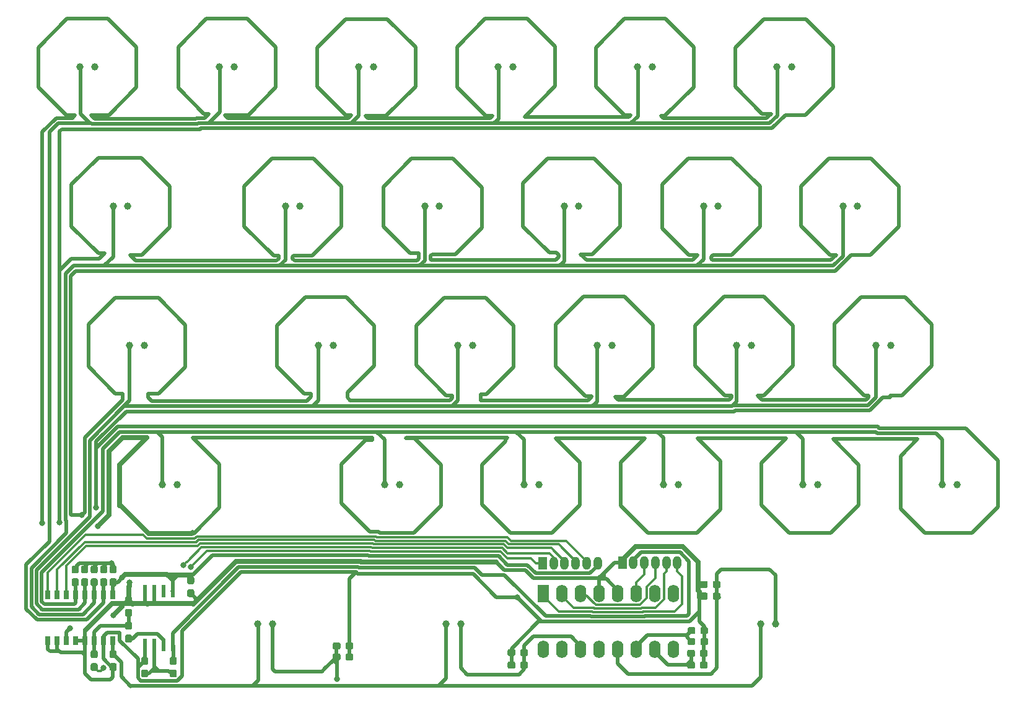
<source format=gbr>
G04 #@! TF.GenerationSoftware,KiCad,Pcbnew,(5.0.2)-1*
G04 #@! TF.CreationDate,2020-04-01T20:36:40+09:00*
G04 #@! TF.ProjectId,eckeyboard,65636b65-7962-46f6-9172-642e6b696361,rev?*
G04 #@! TF.SameCoordinates,Original*
G04 #@! TF.FileFunction,Copper,L2,Bot*
G04 #@! TF.FilePolarity,Positive*
%FSLAX46Y46*%
G04 Gerber Fmt 4.6, Leading zero omitted, Abs format (unit mm)*
G04 Created by KiCad (PCBNEW (5.0.2)-1) date 2020/04/01 20:36:40*
%MOMM*%
%LPD*%
G01*
G04 APERTURE LIST*
G04 #@! TA.AperFunction,ComponentPad*
%ADD10C,1.000000*%
G04 #@! TD*
G04 #@! TA.AperFunction,SMDPad,CuDef*
%ADD11R,0.800000X1.300000*%
G04 #@! TD*
G04 #@! TA.AperFunction,SMDPad,CuDef*
%ADD12R,0.550000X1.750000*%
G04 #@! TD*
G04 #@! TA.AperFunction,ComponentPad*
%ADD13O,1.200000X1.800000*%
G04 #@! TD*
G04 #@! TA.AperFunction,ComponentPad*
%ADD14R,1.200000X1.800000*%
G04 #@! TD*
G04 #@! TA.AperFunction,ComponentPad*
%ADD15R,1.600000X2.400000*%
G04 #@! TD*
G04 #@! TA.AperFunction,ComponentPad*
%ADD16O,1.600000X2.400000*%
G04 #@! TD*
G04 #@! TA.AperFunction,Conductor*
%ADD17C,0.100000*%
G04 #@! TD*
G04 #@! TA.AperFunction,SMDPad,CuDef*
%ADD18C,0.950000*%
G04 #@! TD*
G04 #@! TA.AperFunction,ViaPad*
%ADD19C,0.800000*%
G04 #@! TD*
G04 #@! TA.AperFunction,Conductor*
%ADD20C,0.500000*%
G04 #@! TD*
G04 #@! TA.AperFunction,Conductor*
%ADD21C,0.700000*%
G04 #@! TD*
G04 #@! TA.AperFunction,Conductor*
%ADD22C,0.300000*%
G04 #@! TD*
G04 APERTURE END LIST*
D10*
G04 #@! TO.P,TP22,2*
G04 #@! TO.N,/ROW2*
X138684000Y-88100000D03*
G04 #@! TO.P,TP22,1*
G04 #@! TO.N,/COL4*
X140700000Y-88100000D03*
G04 #@! TD*
G04 #@! TO.P,TP11,1*
G04 #@! TO.N,/COL0*
X75300000Y-126200000D03*
G04 #@! TO.P,TP11,2*
G04 #@! TO.N,/ROW4*
X73284000Y-126200000D03*
G04 #@! TD*
G04 #@! TO.P,TP1,2*
G04 #@! TO.N,/ROW0*
X48984000Y-50000000D03*
G04 #@! TO.P,TP1,1*
G04 #@! TO.N,/COL0*
X51000000Y-50000000D03*
G04 #@! TD*
G04 #@! TO.P,TP2,2*
G04 #@! TO.N,/ROW1*
X53484000Y-69050000D03*
G04 #@! TO.P,TP2,1*
G04 #@! TO.N,/COL0*
X55500000Y-69050000D03*
G04 #@! TD*
G04 #@! TO.P,TP3,2*
G04 #@! TO.N,/ROW2*
X55734000Y-88100000D03*
G04 #@! TO.P,TP3,1*
G04 #@! TO.N,/COL0*
X57750000Y-88100000D03*
G04 #@! TD*
G04 #@! TO.P,TP4,1*
G04 #@! TO.N,/COL1*
X70050000Y-50000000D03*
G04 #@! TO.P,TP4,2*
G04 #@! TO.N,/ROW0*
X68034000Y-50000000D03*
G04 #@! TD*
G04 #@! TO.P,TP5,2*
G04 #@! TO.N,/ROW1*
X77034000Y-69050000D03*
G04 #@! TO.P,TP5,1*
G04 #@! TO.N,/COL1*
X79050000Y-69050000D03*
G04 #@! TD*
G04 #@! TO.P,TP6,1*
G04 #@! TO.N,/COL1*
X83550000Y-88100000D03*
G04 #@! TO.P,TP6,2*
G04 #@! TO.N,/ROW2*
X81534000Y-88100000D03*
G04 #@! TD*
G04 #@! TO.P,TP7,1*
G04 #@! TO.N,/COL2*
X89100000Y-50000000D03*
G04 #@! TO.P,TP7,2*
G04 #@! TO.N,/ROW0*
X87084000Y-50000000D03*
G04 #@! TD*
G04 #@! TO.P,TP8,2*
G04 #@! TO.N,/ROW1*
X96084000Y-69050000D03*
G04 #@! TO.P,TP8,1*
G04 #@! TO.N,/COL2*
X98100000Y-69050000D03*
G04 #@! TD*
G04 #@! TO.P,TP9,1*
G04 #@! TO.N,/COL2*
X102600000Y-88100000D03*
G04 #@! TO.P,TP9,2*
G04 #@! TO.N,/ROW2*
X100584000Y-88100000D03*
G04 #@! TD*
G04 #@! TO.P,TP10,1*
G04 #@! TO.N,/COL0*
X62250000Y-107150000D03*
G04 #@! TO.P,TP10,2*
G04 #@! TO.N,/ROW3*
X60234000Y-107150000D03*
G04 #@! TD*
G04 #@! TO.P,TP12,2*
G04 #@! TO.N,/ROW3*
X90584000Y-107150000D03*
G04 #@! TO.P,TP12,1*
G04 #@! TO.N,/COL1*
X92600000Y-107150000D03*
G04 #@! TD*
G04 #@! TO.P,TP13,2*
G04 #@! TO.N,/ROW4*
X98984000Y-126200000D03*
G04 #@! TO.P,TP13,1*
G04 #@! TO.N,/COL1*
X101000000Y-126200000D03*
G04 #@! TD*
G04 #@! TO.P,TP14,1*
G04 #@! TO.N,/COL2*
X111650000Y-107150000D03*
G04 #@! TO.P,TP14,2*
G04 #@! TO.N,/ROW3*
X109634000Y-107150000D03*
G04 #@! TD*
G04 #@! TO.P,TP15,1*
G04 #@! TO.N,/COL3*
X108150000Y-50000000D03*
G04 #@! TO.P,TP15,2*
G04 #@! TO.N,/ROW0*
X106134000Y-50000000D03*
G04 #@! TD*
G04 #@! TO.P,TP16,1*
G04 #@! TO.N,/COL3*
X117150000Y-69050000D03*
G04 #@! TO.P,TP16,2*
G04 #@! TO.N,/ROW1*
X115134000Y-69050000D03*
G04 #@! TD*
G04 #@! TO.P,TP17,2*
G04 #@! TO.N,/ROW2*
X119634000Y-88100000D03*
G04 #@! TO.P,TP17,1*
G04 #@! TO.N,/COL3*
X121650000Y-88100000D03*
G04 #@! TD*
G04 #@! TO.P,TP18,2*
G04 #@! TO.N,/ROW3*
X128684000Y-107150000D03*
G04 #@! TO.P,TP18,1*
G04 #@! TO.N,/COL3*
X130700000Y-107150000D03*
G04 #@! TD*
G04 #@! TO.P,TP19,1*
G04 #@! TO.N,/COL3*
X144000000Y-126200000D03*
G04 #@! TO.P,TP19,2*
G04 #@! TO.N,/ROW4*
X141984000Y-126200000D03*
G04 #@! TD*
G04 #@! TO.P,TP20,2*
G04 #@! TO.N,/ROW0*
X125184000Y-50000000D03*
G04 #@! TO.P,TP20,1*
G04 #@! TO.N,/COL4*
X127200000Y-50000000D03*
G04 #@! TD*
G04 #@! TO.P,TP21,1*
G04 #@! TO.N,/COL4*
X136200000Y-69050000D03*
G04 #@! TO.P,TP21,2*
G04 #@! TO.N,/ROW1*
X134184000Y-69050000D03*
G04 #@! TD*
G04 #@! TO.P,TP23,1*
G04 #@! TO.N,/COL4*
X149750000Y-107150000D03*
G04 #@! TO.P,TP23,2*
G04 #@! TO.N,/ROW3*
X147734000Y-107150000D03*
G04 #@! TD*
G04 #@! TO.P,TP24,2*
G04 #@! TO.N,/ROW0*
X144234000Y-50000000D03*
G04 #@! TO.P,TP24,1*
G04 #@! TO.N,/COL5*
X146250000Y-50000000D03*
G04 #@! TD*
G04 #@! TO.P,TP25,1*
G04 #@! TO.N,/COL5*
X155250000Y-69050000D03*
G04 #@! TO.P,TP25,2*
G04 #@! TO.N,/ROW1*
X153234000Y-69050000D03*
G04 #@! TD*
G04 #@! TO.P,TP26,2*
G04 #@! TO.N,/ROW2*
X157734000Y-88100000D03*
G04 #@! TO.P,TP26,1*
G04 #@! TO.N,/COL5*
X159750000Y-88100000D03*
G04 #@! TD*
G04 #@! TO.P,TP27,1*
G04 #@! TO.N,/COL5*
X168800000Y-107150000D03*
G04 #@! TO.P,TP27,2*
G04 #@! TO.N,/ROW3*
X166784000Y-107150000D03*
G04 #@! TD*
D11*
G04 #@! TO.P,U1,1*
G04 #@! TO.N,/ROW4*
X53464677Y-128459650D03*
G04 #@! TO.P,U1,2*
G04 #@! TO.N,GND*
X52184677Y-128459650D03*
G04 #@! TO.P,U1,3*
G04 #@! TO.N,Net-(C1-Pad1)*
X50924677Y-128459650D03*
G04 #@! TO.P,U1,4*
G04 #@! TO.N,GND*
X49654677Y-128459650D03*
G04 #@! TO.P,U1,5*
X48374677Y-128459650D03*
G04 #@! TO.P,U1,6*
G04 #@! TO.N,/MUX_EN*
X47104677Y-128459650D03*
G04 #@! TO.P,U1,7*
G04 #@! TO.N,GND*
X45844677Y-128459650D03*
G04 #@! TO.P,U1,8*
X44564677Y-128459650D03*
G04 #@! TO.P,U1,9*
G04 #@! TO.N,/MUX_A*
X44564677Y-122159650D03*
G04 #@! TO.P,U1,10*
G04 #@! TO.N,/MUX_B*
X45844677Y-122159650D03*
G04 #@! TO.P,U1,11*
G04 #@! TO.N,/MUX_C*
X47104677Y-122159650D03*
G04 #@! TO.P,U1,12*
G04 #@! TO.N,/ROW3*
X48374677Y-122159650D03*
G04 #@! TO.P,U1,13*
G04 #@! TO.N,/ROW2*
X49654677Y-122159650D03*
G04 #@! TO.P,U1,14*
G04 #@! TO.N,/ROW1*
X50924677Y-122159650D03*
G04 #@! TO.P,U1,15*
G04 #@! TO.N,/ROW0*
X52184677Y-122159650D03*
G04 #@! TO.P,U1,16*
G04 #@! TO.N,+5V*
X53464677Y-122159650D03*
G04 #@! TD*
D12*
G04 #@! TO.P,U2,1*
G04 #@! TO.N,/READ*
X61639514Y-129092137D03*
G04 #@! TO.P,U2,2*
G04 #@! TO.N,Net-(R7-Pad1)*
X60369514Y-129092137D03*
G04 #@! TO.P,U2,3*
G04 #@! TO.N,Net-(R10-Pad2)*
X59099514Y-129092137D03*
G04 #@! TO.P,U2,4*
G04 #@! TO.N,GND*
X57829514Y-129092137D03*
G04 #@! TO.P,U2,5*
X57829514Y-121692137D03*
G04 #@! TO.P,U2,6*
X59099514Y-121692137D03*
G04 #@! TO.P,U2,7*
G04 #@! TO.N,Net-(U2-Pad7)*
X60369514Y-121692137D03*
G04 #@! TO.P,U2,8*
G04 #@! TO.N,+5V*
X61639514Y-121692137D03*
G04 #@! TD*
D13*
G04 #@! TO.P,J4,6*
G04 #@! TO.N,+5V*
X119700000Y-117900000D03*
G04 #@! TO.P,J4,5*
G04 #@! TO.N,/MUX_A*
X118200000Y-117900000D03*
G04 #@! TO.P,J4,4*
G04 #@! TO.N,/MUX_B*
X116700000Y-117900000D03*
G04 #@! TO.P,J4,3*
G04 #@! TO.N,/MUX_C*
X115200000Y-117900000D03*
G04 #@! TO.P,J4,2*
G04 #@! TO.N,/MUX_EN*
X113700000Y-117900000D03*
D14*
G04 #@! TO.P,J4,1*
G04 #@! TO.N,/DRAIN*
X112200000Y-117900000D03*
G04 #@! TD*
G04 #@! TO.P,J5,1*
G04 #@! TO.N,GND*
X123100000Y-117800000D03*
D13*
G04 #@! TO.P,J5,2*
G04 #@! TO.N,/READ*
X124600000Y-117800000D03*
G04 #@! TO.P,J5,3*
G04 #@! TO.N,/COL_EN*
X126100000Y-117800000D03*
G04 #@! TO.P,J5,4*
G04 #@! TO.N,/COL_C*
X127600000Y-117800000D03*
G04 #@! TO.P,J5,5*
G04 #@! TO.N,/COL_B*
X129100000Y-117800000D03*
G04 #@! TO.P,J5,6*
G04 #@! TO.N,/COL_A*
X130600000Y-117800000D03*
G04 #@! TD*
D15*
G04 #@! TO.P,U4,1*
G04 #@! TO.N,/COL_A*
X112300000Y-122000000D03*
D16*
G04 #@! TO.P,U4,9*
G04 #@! TO.N,Net-(U4-Pad9)*
X130080000Y-129620000D03*
G04 #@! TO.P,U4,2*
G04 #@! TO.N,/COL_B*
X114840000Y-122000000D03*
G04 #@! TO.P,U4,10*
G04 #@! TO.N,/COL5*
X127540000Y-129620000D03*
G04 #@! TO.P,U4,3*
G04 #@! TO.N,/COL_C*
X117380000Y-122000000D03*
G04 #@! TO.P,U4,11*
G04 #@! TO.N,/COL4*
X125000000Y-129620000D03*
G04 #@! TO.P,U4,4*
G04 #@! TO.N,GND*
X119920000Y-122000000D03*
G04 #@! TO.P,U4,12*
G04 #@! TO.N,/COL3*
X122460000Y-129620000D03*
G04 #@! TO.P,U4,5*
G04 #@! TO.N,GND*
X122460000Y-122000000D03*
G04 #@! TO.P,U4,13*
G04 #@! TO.N,/COL2*
X119920000Y-129620000D03*
G04 #@! TO.P,U4,6*
G04 #@! TO.N,/COL_EN*
X125000000Y-122000000D03*
G04 #@! TO.P,U4,14*
G04 #@! TO.N,/COL1*
X117380000Y-129620000D03*
G04 #@! TO.P,U4,7*
G04 #@! TO.N,Net-(U4-Pad7)*
X127540000Y-122000000D03*
G04 #@! TO.P,U4,15*
G04 #@! TO.N,/COL0*
X114840000Y-129620000D03*
G04 #@! TO.P,U4,8*
G04 #@! TO.N,GND*
X130080000Y-122000000D03*
G04 #@! TO.P,U4,16*
G04 #@! TO.N,+5V*
X112300000Y-129620000D03*
G04 #@! TD*
D17*
G04 #@! TO.N,Net-(C1-Pad1)*
G04 #@! TO.C,C1*
G36*
X55860779Y-124151144D02*
X55883834Y-124154563D01*
X55906443Y-124160227D01*
X55928387Y-124168079D01*
X55949457Y-124178044D01*
X55969448Y-124190026D01*
X55988168Y-124203910D01*
X56005438Y-124219562D01*
X56021090Y-124236832D01*
X56034974Y-124255552D01*
X56046956Y-124275543D01*
X56056921Y-124296613D01*
X56064773Y-124318557D01*
X56070437Y-124341166D01*
X56073856Y-124364221D01*
X56075000Y-124387500D01*
X56075000Y-124962500D01*
X56073856Y-124985779D01*
X56070437Y-125008834D01*
X56064773Y-125031443D01*
X56056921Y-125053387D01*
X56046956Y-125074457D01*
X56034974Y-125094448D01*
X56021090Y-125113168D01*
X56005438Y-125130438D01*
X55988168Y-125146090D01*
X55969448Y-125159974D01*
X55949457Y-125171956D01*
X55928387Y-125181921D01*
X55906443Y-125189773D01*
X55883834Y-125195437D01*
X55860779Y-125198856D01*
X55837500Y-125200000D01*
X55362500Y-125200000D01*
X55339221Y-125198856D01*
X55316166Y-125195437D01*
X55293557Y-125189773D01*
X55271613Y-125181921D01*
X55250543Y-125171956D01*
X55230552Y-125159974D01*
X55211832Y-125146090D01*
X55194562Y-125130438D01*
X55178910Y-125113168D01*
X55165026Y-125094448D01*
X55153044Y-125074457D01*
X55143079Y-125053387D01*
X55135227Y-125031443D01*
X55129563Y-125008834D01*
X55126144Y-124985779D01*
X55125000Y-124962500D01*
X55125000Y-124387500D01*
X55126144Y-124364221D01*
X55129563Y-124341166D01*
X55135227Y-124318557D01*
X55143079Y-124296613D01*
X55153044Y-124275543D01*
X55165026Y-124255552D01*
X55178910Y-124236832D01*
X55194562Y-124219562D01*
X55211832Y-124203910D01*
X55230552Y-124190026D01*
X55250543Y-124178044D01*
X55271613Y-124168079D01*
X55293557Y-124160227D01*
X55316166Y-124154563D01*
X55339221Y-124151144D01*
X55362500Y-124150000D01*
X55837500Y-124150000D01*
X55860779Y-124151144D01*
X55860779Y-124151144D01*
G37*
D18*
G04 #@! TD*
G04 #@! TO.P,C1,1*
G04 #@! TO.N,Net-(C1-Pad1)*
X55600000Y-124675000D03*
D17*
G04 #@! TO.N,GND*
G04 #@! TO.C,C1*
G36*
X55860779Y-122401144D02*
X55883834Y-122404563D01*
X55906443Y-122410227D01*
X55928387Y-122418079D01*
X55949457Y-122428044D01*
X55969448Y-122440026D01*
X55988168Y-122453910D01*
X56005438Y-122469562D01*
X56021090Y-122486832D01*
X56034974Y-122505552D01*
X56046956Y-122525543D01*
X56056921Y-122546613D01*
X56064773Y-122568557D01*
X56070437Y-122591166D01*
X56073856Y-122614221D01*
X56075000Y-122637500D01*
X56075000Y-123212500D01*
X56073856Y-123235779D01*
X56070437Y-123258834D01*
X56064773Y-123281443D01*
X56056921Y-123303387D01*
X56046956Y-123324457D01*
X56034974Y-123344448D01*
X56021090Y-123363168D01*
X56005438Y-123380438D01*
X55988168Y-123396090D01*
X55969448Y-123409974D01*
X55949457Y-123421956D01*
X55928387Y-123431921D01*
X55906443Y-123439773D01*
X55883834Y-123445437D01*
X55860779Y-123448856D01*
X55837500Y-123450000D01*
X55362500Y-123450000D01*
X55339221Y-123448856D01*
X55316166Y-123445437D01*
X55293557Y-123439773D01*
X55271613Y-123431921D01*
X55250543Y-123421956D01*
X55230552Y-123409974D01*
X55211832Y-123396090D01*
X55194562Y-123380438D01*
X55178910Y-123363168D01*
X55165026Y-123344448D01*
X55153044Y-123324457D01*
X55143079Y-123303387D01*
X55135227Y-123281443D01*
X55129563Y-123258834D01*
X55126144Y-123235779D01*
X55125000Y-123212500D01*
X55125000Y-122637500D01*
X55126144Y-122614221D01*
X55129563Y-122591166D01*
X55135227Y-122568557D01*
X55143079Y-122546613D01*
X55153044Y-122525543D01*
X55165026Y-122505552D01*
X55178910Y-122486832D01*
X55194562Y-122469562D01*
X55211832Y-122453910D01*
X55230552Y-122440026D01*
X55250543Y-122428044D01*
X55271613Y-122418079D01*
X55293557Y-122410227D01*
X55316166Y-122404563D01*
X55339221Y-122401144D01*
X55362500Y-122400000D01*
X55837500Y-122400000D01*
X55860779Y-122401144D01*
X55860779Y-122401144D01*
G37*
D18*
G04 #@! TD*
G04 #@! TO.P,C1,2*
G04 #@! TO.N,GND*
X55600000Y-122925000D03*
D17*
G04 #@! TO.N,GND*
G04 #@! TO.C,C2*
G36*
X86101190Y-128710733D02*
X86124245Y-128714152D01*
X86146854Y-128719816D01*
X86168798Y-128727668D01*
X86189868Y-128737633D01*
X86209859Y-128749615D01*
X86228579Y-128763499D01*
X86245849Y-128779151D01*
X86261501Y-128796421D01*
X86275385Y-128815141D01*
X86287367Y-128835132D01*
X86297332Y-128856202D01*
X86305184Y-128878146D01*
X86310848Y-128900755D01*
X86314267Y-128923810D01*
X86315411Y-128947089D01*
X86315411Y-129422089D01*
X86314267Y-129445368D01*
X86310848Y-129468423D01*
X86305184Y-129491032D01*
X86297332Y-129512976D01*
X86287367Y-129534046D01*
X86275385Y-129554037D01*
X86261501Y-129572757D01*
X86245849Y-129590027D01*
X86228579Y-129605679D01*
X86209859Y-129619563D01*
X86189868Y-129631545D01*
X86168798Y-129641510D01*
X86146854Y-129649362D01*
X86124245Y-129655026D01*
X86101190Y-129658445D01*
X86077911Y-129659589D01*
X85502911Y-129659589D01*
X85479632Y-129658445D01*
X85456577Y-129655026D01*
X85433968Y-129649362D01*
X85412024Y-129641510D01*
X85390954Y-129631545D01*
X85370963Y-129619563D01*
X85352243Y-129605679D01*
X85334973Y-129590027D01*
X85319321Y-129572757D01*
X85305437Y-129554037D01*
X85293455Y-129534046D01*
X85283490Y-129512976D01*
X85275638Y-129491032D01*
X85269974Y-129468423D01*
X85266555Y-129445368D01*
X85265411Y-129422089D01*
X85265411Y-128947089D01*
X85266555Y-128923810D01*
X85269974Y-128900755D01*
X85275638Y-128878146D01*
X85283490Y-128856202D01*
X85293455Y-128835132D01*
X85305437Y-128815141D01*
X85319321Y-128796421D01*
X85334973Y-128779151D01*
X85352243Y-128763499D01*
X85370963Y-128749615D01*
X85390954Y-128737633D01*
X85412024Y-128727668D01*
X85433968Y-128719816D01*
X85456577Y-128714152D01*
X85479632Y-128710733D01*
X85502911Y-128709589D01*
X86077911Y-128709589D01*
X86101190Y-128710733D01*
X86101190Y-128710733D01*
G37*
D18*
G04 #@! TD*
G04 #@! TO.P,C2,2*
G04 #@! TO.N,GND*
X85790411Y-129184589D03*
D17*
G04 #@! TO.N,/COL0*
G04 #@! TO.C,C2*
G36*
X84351190Y-128710733D02*
X84374245Y-128714152D01*
X84396854Y-128719816D01*
X84418798Y-128727668D01*
X84439868Y-128737633D01*
X84459859Y-128749615D01*
X84478579Y-128763499D01*
X84495849Y-128779151D01*
X84511501Y-128796421D01*
X84525385Y-128815141D01*
X84537367Y-128835132D01*
X84547332Y-128856202D01*
X84555184Y-128878146D01*
X84560848Y-128900755D01*
X84564267Y-128923810D01*
X84565411Y-128947089D01*
X84565411Y-129422089D01*
X84564267Y-129445368D01*
X84560848Y-129468423D01*
X84555184Y-129491032D01*
X84547332Y-129512976D01*
X84537367Y-129534046D01*
X84525385Y-129554037D01*
X84511501Y-129572757D01*
X84495849Y-129590027D01*
X84478579Y-129605679D01*
X84459859Y-129619563D01*
X84439868Y-129631545D01*
X84418798Y-129641510D01*
X84396854Y-129649362D01*
X84374245Y-129655026D01*
X84351190Y-129658445D01*
X84327911Y-129659589D01*
X83752911Y-129659589D01*
X83729632Y-129658445D01*
X83706577Y-129655026D01*
X83683968Y-129649362D01*
X83662024Y-129641510D01*
X83640954Y-129631545D01*
X83620963Y-129619563D01*
X83602243Y-129605679D01*
X83584973Y-129590027D01*
X83569321Y-129572757D01*
X83555437Y-129554037D01*
X83543455Y-129534046D01*
X83533490Y-129512976D01*
X83525638Y-129491032D01*
X83519974Y-129468423D01*
X83516555Y-129445368D01*
X83515411Y-129422089D01*
X83515411Y-128947089D01*
X83516555Y-128923810D01*
X83519974Y-128900755D01*
X83525638Y-128878146D01*
X83533490Y-128856202D01*
X83543455Y-128835132D01*
X83555437Y-128815141D01*
X83569321Y-128796421D01*
X83584973Y-128779151D01*
X83602243Y-128763499D01*
X83620963Y-128749615D01*
X83640954Y-128737633D01*
X83662024Y-128727668D01*
X83683968Y-128719816D01*
X83706577Y-128714152D01*
X83729632Y-128710733D01*
X83752911Y-128709589D01*
X84327911Y-128709589D01*
X84351190Y-128710733D01*
X84351190Y-128710733D01*
G37*
D18*
G04 #@! TD*
G04 #@! TO.P,C2,1*
G04 #@! TO.N,/COL0*
X84040411Y-129184589D03*
D17*
G04 #@! TO.N,GND*
G04 #@! TO.C,C3*
G36*
X108235779Y-131326144D02*
X108258834Y-131329563D01*
X108281443Y-131335227D01*
X108303387Y-131343079D01*
X108324457Y-131353044D01*
X108344448Y-131365026D01*
X108363168Y-131378910D01*
X108380438Y-131394562D01*
X108396090Y-131411832D01*
X108409974Y-131430552D01*
X108421956Y-131450543D01*
X108431921Y-131471613D01*
X108439773Y-131493557D01*
X108445437Y-131516166D01*
X108448856Y-131539221D01*
X108450000Y-131562500D01*
X108450000Y-132037500D01*
X108448856Y-132060779D01*
X108445437Y-132083834D01*
X108439773Y-132106443D01*
X108431921Y-132128387D01*
X108421956Y-132149457D01*
X108409974Y-132169448D01*
X108396090Y-132188168D01*
X108380438Y-132205438D01*
X108363168Y-132221090D01*
X108344448Y-132234974D01*
X108324457Y-132246956D01*
X108303387Y-132256921D01*
X108281443Y-132264773D01*
X108258834Y-132270437D01*
X108235779Y-132273856D01*
X108212500Y-132275000D01*
X107637500Y-132275000D01*
X107614221Y-132273856D01*
X107591166Y-132270437D01*
X107568557Y-132264773D01*
X107546613Y-132256921D01*
X107525543Y-132246956D01*
X107505552Y-132234974D01*
X107486832Y-132221090D01*
X107469562Y-132205438D01*
X107453910Y-132188168D01*
X107440026Y-132169448D01*
X107428044Y-132149457D01*
X107418079Y-132128387D01*
X107410227Y-132106443D01*
X107404563Y-132083834D01*
X107401144Y-132060779D01*
X107400000Y-132037500D01*
X107400000Y-131562500D01*
X107401144Y-131539221D01*
X107404563Y-131516166D01*
X107410227Y-131493557D01*
X107418079Y-131471613D01*
X107428044Y-131450543D01*
X107440026Y-131430552D01*
X107453910Y-131411832D01*
X107469562Y-131394562D01*
X107486832Y-131378910D01*
X107505552Y-131365026D01*
X107525543Y-131353044D01*
X107546613Y-131343079D01*
X107568557Y-131335227D01*
X107591166Y-131329563D01*
X107614221Y-131326144D01*
X107637500Y-131325000D01*
X108212500Y-131325000D01*
X108235779Y-131326144D01*
X108235779Y-131326144D01*
G37*
D18*
G04 #@! TD*
G04 #@! TO.P,C3,2*
G04 #@! TO.N,GND*
X107925000Y-131800000D03*
D17*
G04 #@! TO.N,/COL1*
G04 #@! TO.C,C3*
G36*
X109985779Y-131326144D02*
X110008834Y-131329563D01*
X110031443Y-131335227D01*
X110053387Y-131343079D01*
X110074457Y-131353044D01*
X110094448Y-131365026D01*
X110113168Y-131378910D01*
X110130438Y-131394562D01*
X110146090Y-131411832D01*
X110159974Y-131430552D01*
X110171956Y-131450543D01*
X110181921Y-131471613D01*
X110189773Y-131493557D01*
X110195437Y-131516166D01*
X110198856Y-131539221D01*
X110200000Y-131562500D01*
X110200000Y-132037500D01*
X110198856Y-132060779D01*
X110195437Y-132083834D01*
X110189773Y-132106443D01*
X110181921Y-132128387D01*
X110171956Y-132149457D01*
X110159974Y-132169448D01*
X110146090Y-132188168D01*
X110130438Y-132205438D01*
X110113168Y-132221090D01*
X110094448Y-132234974D01*
X110074457Y-132246956D01*
X110053387Y-132256921D01*
X110031443Y-132264773D01*
X110008834Y-132270437D01*
X109985779Y-132273856D01*
X109962500Y-132275000D01*
X109387500Y-132275000D01*
X109364221Y-132273856D01*
X109341166Y-132270437D01*
X109318557Y-132264773D01*
X109296613Y-132256921D01*
X109275543Y-132246956D01*
X109255552Y-132234974D01*
X109236832Y-132221090D01*
X109219562Y-132205438D01*
X109203910Y-132188168D01*
X109190026Y-132169448D01*
X109178044Y-132149457D01*
X109168079Y-132128387D01*
X109160227Y-132106443D01*
X109154563Y-132083834D01*
X109151144Y-132060779D01*
X109150000Y-132037500D01*
X109150000Y-131562500D01*
X109151144Y-131539221D01*
X109154563Y-131516166D01*
X109160227Y-131493557D01*
X109168079Y-131471613D01*
X109178044Y-131450543D01*
X109190026Y-131430552D01*
X109203910Y-131411832D01*
X109219562Y-131394562D01*
X109236832Y-131378910D01*
X109255552Y-131365026D01*
X109275543Y-131353044D01*
X109296613Y-131343079D01*
X109318557Y-131335227D01*
X109341166Y-131329563D01*
X109364221Y-131326144D01*
X109387500Y-131325000D01*
X109962500Y-131325000D01*
X109985779Y-131326144D01*
X109985779Y-131326144D01*
G37*
D18*
G04 #@! TD*
G04 #@! TO.P,C3,1*
G04 #@! TO.N,/COL1*
X109675000Y-131800000D03*
D17*
G04 #@! TO.N,/COL3*
G04 #@! TO.C,C5*
G36*
X136285779Y-121902227D02*
X136308834Y-121905646D01*
X136331443Y-121911310D01*
X136353387Y-121919162D01*
X136374457Y-121929127D01*
X136394448Y-121941109D01*
X136413168Y-121954993D01*
X136430438Y-121970645D01*
X136446090Y-121987915D01*
X136459974Y-122006635D01*
X136471956Y-122026626D01*
X136481921Y-122047696D01*
X136489773Y-122069640D01*
X136495437Y-122092249D01*
X136498856Y-122115304D01*
X136500000Y-122138583D01*
X136500000Y-122613583D01*
X136498856Y-122636862D01*
X136495437Y-122659917D01*
X136489773Y-122682526D01*
X136481921Y-122704470D01*
X136471956Y-122725540D01*
X136459974Y-122745531D01*
X136446090Y-122764251D01*
X136430438Y-122781521D01*
X136413168Y-122797173D01*
X136394448Y-122811057D01*
X136374457Y-122823039D01*
X136353387Y-122833004D01*
X136331443Y-122840856D01*
X136308834Y-122846520D01*
X136285779Y-122849939D01*
X136262500Y-122851083D01*
X135687500Y-122851083D01*
X135664221Y-122849939D01*
X135641166Y-122846520D01*
X135618557Y-122840856D01*
X135596613Y-122833004D01*
X135575543Y-122823039D01*
X135555552Y-122811057D01*
X135536832Y-122797173D01*
X135519562Y-122781521D01*
X135503910Y-122764251D01*
X135490026Y-122745531D01*
X135478044Y-122725540D01*
X135468079Y-122704470D01*
X135460227Y-122682526D01*
X135454563Y-122659917D01*
X135451144Y-122636862D01*
X135450000Y-122613583D01*
X135450000Y-122138583D01*
X135451144Y-122115304D01*
X135454563Y-122092249D01*
X135460227Y-122069640D01*
X135468079Y-122047696D01*
X135478044Y-122026626D01*
X135490026Y-122006635D01*
X135503910Y-121987915D01*
X135519562Y-121970645D01*
X135536832Y-121954993D01*
X135555552Y-121941109D01*
X135575543Y-121929127D01*
X135596613Y-121919162D01*
X135618557Y-121911310D01*
X135641166Y-121905646D01*
X135664221Y-121902227D01*
X135687500Y-121901083D01*
X136262500Y-121901083D01*
X136285779Y-121902227D01*
X136285779Y-121902227D01*
G37*
D18*
G04 #@! TD*
G04 #@! TO.P,C5,1*
G04 #@! TO.N,/COL3*
X135975000Y-122376083D03*
D17*
G04 #@! TO.N,GND*
G04 #@! TO.C,C5*
G36*
X134535779Y-121902227D02*
X134558834Y-121905646D01*
X134581443Y-121911310D01*
X134603387Y-121919162D01*
X134624457Y-121929127D01*
X134644448Y-121941109D01*
X134663168Y-121954993D01*
X134680438Y-121970645D01*
X134696090Y-121987915D01*
X134709974Y-122006635D01*
X134721956Y-122026626D01*
X134731921Y-122047696D01*
X134739773Y-122069640D01*
X134745437Y-122092249D01*
X134748856Y-122115304D01*
X134750000Y-122138583D01*
X134750000Y-122613583D01*
X134748856Y-122636862D01*
X134745437Y-122659917D01*
X134739773Y-122682526D01*
X134731921Y-122704470D01*
X134721956Y-122725540D01*
X134709974Y-122745531D01*
X134696090Y-122764251D01*
X134680438Y-122781521D01*
X134663168Y-122797173D01*
X134644448Y-122811057D01*
X134624457Y-122823039D01*
X134603387Y-122833004D01*
X134581443Y-122840856D01*
X134558834Y-122846520D01*
X134535779Y-122849939D01*
X134512500Y-122851083D01*
X133937500Y-122851083D01*
X133914221Y-122849939D01*
X133891166Y-122846520D01*
X133868557Y-122840856D01*
X133846613Y-122833004D01*
X133825543Y-122823039D01*
X133805552Y-122811057D01*
X133786832Y-122797173D01*
X133769562Y-122781521D01*
X133753910Y-122764251D01*
X133740026Y-122745531D01*
X133728044Y-122725540D01*
X133718079Y-122704470D01*
X133710227Y-122682526D01*
X133704563Y-122659917D01*
X133701144Y-122636862D01*
X133700000Y-122613583D01*
X133700000Y-122138583D01*
X133701144Y-122115304D01*
X133704563Y-122092249D01*
X133710227Y-122069640D01*
X133718079Y-122047696D01*
X133728044Y-122026626D01*
X133740026Y-122006635D01*
X133753910Y-121987915D01*
X133769562Y-121970645D01*
X133786832Y-121954993D01*
X133805552Y-121941109D01*
X133825543Y-121929127D01*
X133846613Y-121919162D01*
X133868557Y-121911310D01*
X133891166Y-121905646D01*
X133914221Y-121902227D01*
X133937500Y-121901083D01*
X134512500Y-121901083D01*
X134535779Y-121902227D01*
X134535779Y-121902227D01*
G37*
D18*
G04 #@! TD*
G04 #@! TO.P,C5,2*
G04 #@! TO.N,GND*
X134225000Y-122376083D03*
D17*
G04 #@! TO.N,GND*
G04 #@! TO.C,C6*
G36*
X134585779Y-126626144D02*
X134608834Y-126629563D01*
X134631443Y-126635227D01*
X134653387Y-126643079D01*
X134674457Y-126653044D01*
X134694448Y-126665026D01*
X134713168Y-126678910D01*
X134730438Y-126694562D01*
X134746090Y-126711832D01*
X134759974Y-126730552D01*
X134771956Y-126750543D01*
X134781921Y-126771613D01*
X134789773Y-126793557D01*
X134795437Y-126816166D01*
X134798856Y-126839221D01*
X134800000Y-126862500D01*
X134800000Y-127337500D01*
X134798856Y-127360779D01*
X134795437Y-127383834D01*
X134789773Y-127406443D01*
X134781921Y-127428387D01*
X134771956Y-127449457D01*
X134759974Y-127469448D01*
X134746090Y-127488168D01*
X134730438Y-127505438D01*
X134713168Y-127521090D01*
X134694448Y-127534974D01*
X134674457Y-127546956D01*
X134653387Y-127556921D01*
X134631443Y-127564773D01*
X134608834Y-127570437D01*
X134585779Y-127573856D01*
X134562500Y-127575000D01*
X133987500Y-127575000D01*
X133964221Y-127573856D01*
X133941166Y-127570437D01*
X133918557Y-127564773D01*
X133896613Y-127556921D01*
X133875543Y-127546956D01*
X133855552Y-127534974D01*
X133836832Y-127521090D01*
X133819562Y-127505438D01*
X133803910Y-127488168D01*
X133790026Y-127469448D01*
X133778044Y-127449457D01*
X133768079Y-127428387D01*
X133760227Y-127406443D01*
X133754563Y-127383834D01*
X133751144Y-127360779D01*
X133750000Y-127337500D01*
X133750000Y-126862500D01*
X133751144Y-126839221D01*
X133754563Y-126816166D01*
X133760227Y-126793557D01*
X133768079Y-126771613D01*
X133778044Y-126750543D01*
X133790026Y-126730552D01*
X133803910Y-126711832D01*
X133819562Y-126694562D01*
X133836832Y-126678910D01*
X133855552Y-126665026D01*
X133875543Y-126653044D01*
X133896613Y-126643079D01*
X133918557Y-126635227D01*
X133941166Y-126629563D01*
X133964221Y-126626144D01*
X133987500Y-126625000D01*
X134562500Y-126625000D01*
X134585779Y-126626144D01*
X134585779Y-126626144D01*
G37*
D18*
G04 #@! TD*
G04 #@! TO.P,C6,2*
G04 #@! TO.N,GND*
X134275000Y-127100000D03*
D17*
G04 #@! TO.N,/COL4*
G04 #@! TO.C,C6*
G36*
X132835779Y-126626144D02*
X132858834Y-126629563D01*
X132881443Y-126635227D01*
X132903387Y-126643079D01*
X132924457Y-126653044D01*
X132944448Y-126665026D01*
X132963168Y-126678910D01*
X132980438Y-126694562D01*
X132996090Y-126711832D01*
X133009974Y-126730552D01*
X133021956Y-126750543D01*
X133031921Y-126771613D01*
X133039773Y-126793557D01*
X133045437Y-126816166D01*
X133048856Y-126839221D01*
X133050000Y-126862500D01*
X133050000Y-127337500D01*
X133048856Y-127360779D01*
X133045437Y-127383834D01*
X133039773Y-127406443D01*
X133031921Y-127428387D01*
X133021956Y-127449457D01*
X133009974Y-127469448D01*
X132996090Y-127488168D01*
X132980438Y-127505438D01*
X132963168Y-127521090D01*
X132944448Y-127534974D01*
X132924457Y-127546956D01*
X132903387Y-127556921D01*
X132881443Y-127564773D01*
X132858834Y-127570437D01*
X132835779Y-127573856D01*
X132812500Y-127575000D01*
X132237500Y-127575000D01*
X132214221Y-127573856D01*
X132191166Y-127570437D01*
X132168557Y-127564773D01*
X132146613Y-127556921D01*
X132125543Y-127546956D01*
X132105552Y-127534974D01*
X132086832Y-127521090D01*
X132069562Y-127505438D01*
X132053910Y-127488168D01*
X132040026Y-127469448D01*
X132028044Y-127449457D01*
X132018079Y-127428387D01*
X132010227Y-127406443D01*
X132004563Y-127383834D01*
X132001144Y-127360779D01*
X132000000Y-127337500D01*
X132000000Y-126862500D01*
X132001144Y-126839221D01*
X132004563Y-126816166D01*
X132010227Y-126793557D01*
X132018079Y-126771613D01*
X132028044Y-126750543D01*
X132040026Y-126730552D01*
X132053910Y-126711832D01*
X132069562Y-126694562D01*
X132086832Y-126678910D01*
X132105552Y-126665026D01*
X132125543Y-126653044D01*
X132146613Y-126643079D01*
X132168557Y-126635227D01*
X132191166Y-126629563D01*
X132214221Y-126626144D01*
X132237500Y-126625000D01*
X132812500Y-126625000D01*
X132835779Y-126626144D01*
X132835779Y-126626144D01*
G37*
D18*
G04 #@! TD*
G04 #@! TO.P,C6,1*
G04 #@! TO.N,/COL4*
X132525000Y-127100000D03*
D17*
G04 #@! TO.N,/COL5*
G04 #@! TO.C,C7*
G36*
X132798182Y-129723693D02*
X132821237Y-129727112D01*
X132843846Y-129732776D01*
X132865790Y-129740628D01*
X132886860Y-129750593D01*
X132906851Y-129762575D01*
X132925571Y-129776459D01*
X132942841Y-129792111D01*
X132958493Y-129809381D01*
X132972377Y-129828101D01*
X132984359Y-129848092D01*
X132994324Y-129869162D01*
X133002176Y-129891106D01*
X133007840Y-129913715D01*
X133011259Y-129936770D01*
X133012403Y-129960049D01*
X133012403Y-130435049D01*
X133011259Y-130458328D01*
X133007840Y-130481383D01*
X133002176Y-130503992D01*
X132994324Y-130525936D01*
X132984359Y-130547006D01*
X132972377Y-130566997D01*
X132958493Y-130585717D01*
X132942841Y-130602987D01*
X132925571Y-130618639D01*
X132906851Y-130632523D01*
X132886860Y-130644505D01*
X132865790Y-130654470D01*
X132843846Y-130662322D01*
X132821237Y-130667986D01*
X132798182Y-130671405D01*
X132774903Y-130672549D01*
X132199903Y-130672549D01*
X132176624Y-130671405D01*
X132153569Y-130667986D01*
X132130960Y-130662322D01*
X132109016Y-130654470D01*
X132087946Y-130644505D01*
X132067955Y-130632523D01*
X132049235Y-130618639D01*
X132031965Y-130602987D01*
X132016313Y-130585717D01*
X132002429Y-130566997D01*
X131990447Y-130547006D01*
X131980482Y-130525936D01*
X131972630Y-130503992D01*
X131966966Y-130481383D01*
X131963547Y-130458328D01*
X131962403Y-130435049D01*
X131962403Y-129960049D01*
X131963547Y-129936770D01*
X131966966Y-129913715D01*
X131972630Y-129891106D01*
X131980482Y-129869162D01*
X131990447Y-129848092D01*
X132002429Y-129828101D01*
X132016313Y-129809381D01*
X132031965Y-129792111D01*
X132049235Y-129776459D01*
X132067955Y-129762575D01*
X132087946Y-129750593D01*
X132109016Y-129740628D01*
X132130960Y-129732776D01*
X132153569Y-129727112D01*
X132176624Y-129723693D01*
X132199903Y-129722549D01*
X132774903Y-129722549D01*
X132798182Y-129723693D01*
X132798182Y-129723693D01*
G37*
D18*
G04 #@! TD*
G04 #@! TO.P,C7,1*
G04 #@! TO.N,/COL5*
X132487403Y-130197549D03*
D17*
G04 #@! TO.N,GND*
G04 #@! TO.C,C7*
G36*
X134548182Y-129723693D02*
X134571237Y-129727112D01*
X134593846Y-129732776D01*
X134615790Y-129740628D01*
X134636860Y-129750593D01*
X134656851Y-129762575D01*
X134675571Y-129776459D01*
X134692841Y-129792111D01*
X134708493Y-129809381D01*
X134722377Y-129828101D01*
X134734359Y-129848092D01*
X134744324Y-129869162D01*
X134752176Y-129891106D01*
X134757840Y-129913715D01*
X134761259Y-129936770D01*
X134762403Y-129960049D01*
X134762403Y-130435049D01*
X134761259Y-130458328D01*
X134757840Y-130481383D01*
X134752176Y-130503992D01*
X134744324Y-130525936D01*
X134734359Y-130547006D01*
X134722377Y-130566997D01*
X134708493Y-130585717D01*
X134692841Y-130602987D01*
X134675571Y-130618639D01*
X134656851Y-130632523D01*
X134636860Y-130644505D01*
X134615790Y-130654470D01*
X134593846Y-130662322D01*
X134571237Y-130667986D01*
X134548182Y-130671405D01*
X134524903Y-130672549D01*
X133949903Y-130672549D01*
X133926624Y-130671405D01*
X133903569Y-130667986D01*
X133880960Y-130662322D01*
X133859016Y-130654470D01*
X133837946Y-130644505D01*
X133817955Y-130632523D01*
X133799235Y-130618639D01*
X133781965Y-130602987D01*
X133766313Y-130585717D01*
X133752429Y-130566997D01*
X133740447Y-130547006D01*
X133730482Y-130525936D01*
X133722630Y-130503992D01*
X133716966Y-130481383D01*
X133713547Y-130458328D01*
X133712403Y-130435049D01*
X133712403Y-129960049D01*
X133713547Y-129936770D01*
X133716966Y-129913715D01*
X133722630Y-129891106D01*
X133730482Y-129869162D01*
X133740447Y-129848092D01*
X133752429Y-129828101D01*
X133766313Y-129809381D01*
X133781965Y-129792111D01*
X133799235Y-129776459D01*
X133817955Y-129762575D01*
X133837946Y-129750593D01*
X133859016Y-129740628D01*
X133880960Y-129732776D01*
X133903569Y-129727112D01*
X133926624Y-129723693D01*
X133949903Y-129722549D01*
X134524903Y-129722549D01*
X134548182Y-129723693D01*
X134548182Y-129723693D01*
G37*
D18*
G04 #@! TD*
G04 #@! TO.P,C7,2*
G04 #@! TO.N,GND*
X134237403Y-130197549D03*
D17*
G04 #@! TO.N,+5V*
G04 #@! TO.C,C17*
G36*
X53760779Y-119951144D02*
X53783834Y-119954563D01*
X53806443Y-119960227D01*
X53828387Y-119968079D01*
X53849457Y-119978044D01*
X53869448Y-119990026D01*
X53888168Y-120003910D01*
X53905438Y-120019562D01*
X53921090Y-120036832D01*
X53934974Y-120055552D01*
X53946956Y-120075543D01*
X53956921Y-120096613D01*
X53964773Y-120118557D01*
X53970437Y-120141166D01*
X53973856Y-120164221D01*
X53975000Y-120187500D01*
X53975000Y-120762500D01*
X53973856Y-120785779D01*
X53970437Y-120808834D01*
X53964773Y-120831443D01*
X53956921Y-120853387D01*
X53946956Y-120874457D01*
X53934974Y-120894448D01*
X53921090Y-120913168D01*
X53905438Y-120930438D01*
X53888168Y-120946090D01*
X53869448Y-120959974D01*
X53849457Y-120971956D01*
X53828387Y-120981921D01*
X53806443Y-120989773D01*
X53783834Y-120995437D01*
X53760779Y-120998856D01*
X53737500Y-121000000D01*
X53262500Y-121000000D01*
X53239221Y-120998856D01*
X53216166Y-120995437D01*
X53193557Y-120989773D01*
X53171613Y-120981921D01*
X53150543Y-120971956D01*
X53130552Y-120959974D01*
X53111832Y-120946090D01*
X53094562Y-120930438D01*
X53078910Y-120913168D01*
X53065026Y-120894448D01*
X53053044Y-120874457D01*
X53043079Y-120853387D01*
X53035227Y-120831443D01*
X53029563Y-120808834D01*
X53026144Y-120785779D01*
X53025000Y-120762500D01*
X53025000Y-120187500D01*
X53026144Y-120164221D01*
X53029563Y-120141166D01*
X53035227Y-120118557D01*
X53043079Y-120096613D01*
X53053044Y-120075543D01*
X53065026Y-120055552D01*
X53078910Y-120036832D01*
X53094562Y-120019562D01*
X53111832Y-120003910D01*
X53130552Y-119990026D01*
X53150543Y-119978044D01*
X53171613Y-119968079D01*
X53193557Y-119960227D01*
X53216166Y-119954563D01*
X53239221Y-119951144D01*
X53262500Y-119950000D01*
X53737500Y-119950000D01*
X53760779Y-119951144D01*
X53760779Y-119951144D01*
G37*
D18*
G04 #@! TD*
G04 #@! TO.P,C17,1*
G04 #@! TO.N,+5V*
X53500000Y-120475000D03*
D17*
G04 #@! TO.N,GND*
G04 #@! TO.C,C17*
G36*
X53760779Y-118201144D02*
X53783834Y-118204563D01*
X53806443Y-118210227D01*
X53828387Y-118218079D01*
X53849457Y-118228044D01*
X53869448Y-118240026D01*
X53888168Y-118253910D01*
X53905438Y-118269562D01*
X53921090Y-118286832D01*
X53934974Y-118305552D01*
X53946956Y-118325543D01*
X53956921Y-118346613D01*
X53964773Y-118368557D01*
X53970437Y-118391166D01*
X53973856Y-118414221D01*
X53975000Y-118437500D01*
X53975000Y-119012500D01*
X53973856Y-119035779D01*
X53970437Y-119058834D01*
X53964773Y-119081443D01*
X53956921Y-119103387D01*
X53946956Y-119124457D01*
X53934974Y-119144448D01*
X53921090Y-119163168D01*
X53905438Y-119180438D01*
X53888168Y-119196090D01*
X53869448Y-119209974D01*
X53849457Y-119221956D01*
X53828387Y-119231921D01*
X53806443Y-119239773D01*
X53783834Y-119245437D01*
X53760779Y-119248856D01*
X53737500Y-119250000D01*
X53262500Y-119250000D01*
X53239221Y-119248856D01*
X53216166Y-119245437D01*
X53193557Y-119239773D01*
X53171613Y-119231921D01*
X53150543Y-119221956D01*
X53130552Y-119209974D01*
X53111832Y-119196090D01*
X53094562Y-119180438D01*
X53078910Y-119163168D01*
X53065026Y-119144448D01*
X53053044Y-119124457D01*
X53043079Y-119103387D01*
X53035227Y-119081443D01*
X53029563Y-119058834D01*
X53026144Y-119035779D01*
X53025000Y-119012500D01*
X53025000Y-118437500D01*
X53026144Y-118414221D01*
X53029563Y-118391166D01*
X53035227Y-118368557D01*
X53043079Y-118346613D01*
X53053044Y-118325543D01*
X53065026Y-118305552D01*
X53078910Y-118286832D01*
X53094562Y-118269562D01*
X53111832Y-118253910D01*
X53130552Y-118240026D01*
X53150543Y-118228044D01*
X53171613Y-118218079D01*
X53193557Y-118210227D01*
X53216166Y-118204563D01*
X53239221Y-118201144D01*
X53262500Y-118200000D01*
X53737500Y-118200000D01*
X53760779Y-118201144D01*
X53760779Y-118201144D01*
G37*
D18*
G04 #@! TD*
G04 #@! TO.P,C17,2*
G04 #@! TO.N,GND*
X53500000Y-118725000D03*
D17*
G04 #@! TO.N,+5V*
G04 #@! TO.C,C18*
G36*
X64360779Y-119701144D02*
X64383834Y-119704563D01*
X64406443Y-119710227D01*
X64428387Y-119718079D01*
X64449457Y-119728044D01*
X64469448Y-119740026D01*
X64488168Y-119753910D01*
X64505438Y-119769562D01*
X64521090Y-119786832D01*
X64534974Y-119805552D01*
X64546956Y-119825543D01*
X64556921Y-119846613D01*
X64564773Y-119868557D01*
X64570437Y-119891166D01*
X64573856Y-119914221D01*
X64575000Y-119937500D01*
X64575000Y-120512500D01*
X64573856Y-120535779D01*
X64570437Y-120558834D01*
X64564773Y-120581443D01*
X64556921Y-120603387D01*
X64546956Y-120624457D01*
X64534974Y-120644448D01*
X64521090Y-120663168D01*
X64505438Y-120680438D01*
X64488168Y-120696090D01*
X64469448Y-120709974D01*
X64449457Y-120721956D01*
X64428387Y-120731921D01*
X64406443Y-120739773D01*
X64383834Y-120745437D01*
X64360779Y-120748856D01*
X64337500Y-120750000D01*
X63862500Y-120750000D01*
X63839221Y-120748856D01*
X63816166Y-120745437D01*
X63793557Y-120739773D01*
X63771613Y-120731921D01*
X63750543Y-120721956D01*
X63730552Y-120709974D01*
X63711832Y-120696090D01*
X63694562Y-120680438D01*
X63678910Y-120663168D01*
X63665026Y-120644448D01*
X63653044Y-120624457D01*
X63643079Y-120603387D01*
X63635227Y-120581443D01*
X63629563Y-120558834D01*
X63626144Y-120535779D01*
X63625000Y-120512500D01*
X63625000Y-119937500D01*
X63626144Y-119914221D01*
X63629563Y-119891166D01*
X63635227Y-119868557D01*
X63643079Y-119846613D01*
X63653044Y-119825543D01*
X63665026Y-119805552D01*
X63678910Y-119786832D01*
X63694562Y-119769562D01*
X63711832Y-119753910D01*
X63730552Y-119740026D01*
X63750543Y-119728044D01*
X63771613Y-119718079D01*
X63793557Y-119710227D01*
X63816166Y-119704563D01*
X63839221Y-119701144D01*
X63862500Y-119700000D01*
X64337500Y-119700000D01*
X64360779Y-119701144D01*
X64360779Y-119701144D01*
G37*
D18*
G04 #@! TD*
G04 #@! TO.P,C18,1*
G04 #@! TO.N,+5V*
X64100000Y-120225000D03*
D17*
G04 #@! TO.N,GND*
G04 #@! TO.C,C18*
G36*
X64360779Y-121451144D02*
X64383834Y-121454563D01*
X64406443Y-121460227D01*
X64428387Y-121468079D01*
X64449457Y-121478044D01*
X64469448Y-121490026D01*
X64488168Y-121503910D01*
X64505438Y-121519562D01*
X64521090Y-121536832D01*
X64534974Y-121555552D01*
X64546956Y-121575543D01*
X64556921Y-121596613D01*
X64564773Y-121618557D01*
X64570437Y-121641166D01*
X64573856Y-121664221D01*
X64575000Y-121687500D01*
X64575000Y-122262500D01*
X64573856Y-122285779D01*
X64570437Y-122308834D01*
X64564773Y-122331443D01*
X64556921Y-122353387D01*
X64546956Y-122374457D01*
X64534974Y-122394448D01*
X64521090Y-122413168D01*
X64505438Y-122430438D01*
X64488168Y-122446090D01*
X64469448Y-122459974D01*
X64449457Y-122471956D01*
X64428387Y-122481921D01*
X64406443Y-122489773D01*
X64383834Y-122495437D01*
X64360779Y-122498856D01*
X64337500Y-122500000D01*
X63862500Y-122500000D01*
X63839221Y-122498856D01*
X63816166Y-122495437D01*
X63793557Y-122489773D01*
X63771613Y-122481921D01*
X63750543Y-122471956D01*
X63730552Y-122459974D01*
X63711832Y-122446090D01*
X63694562Y-122430438D01*
X63678910Y-122413168D01*
X63665026Y-122394448D01*
X63653044Y-122374457D01*
X63643079Y-122353387D01*
X63635227Y-122331443D01*
X63629563Y-122308834D01*
X63626144Y-122285779D01*
X63625000Y-122262500D01*
X63625000Y-121687500D01*
X63626144Y-121664221D01*
X63629563Y-121641166D01*
X63635227Y-121618557D01*
X63643079Y-121596613D01*
X63653044Y-121575543D01*
X63665026Y-121555552D01*
X63678910Y-121536832D01*
X63694562Y-121519562D01*
X63711832Y-121503910D01*
X63730552Y-121490026D01*
X63750543Y-121478044D01*
X63771613Y-121468079D01*
X63793557Y-121460227D01*
X63816166Y-121454563D01*
X63839221Y-121451144D01*
X63862500Y-121450000D01*
X64337500Y-121450000D01*
X64360779Y-121451144D01*
X64360779Y-121451144D01*
G37*
D18*
G04 #@! TD*
G04 #@! TO.P,C18,2*
G04 #@! TO.N,GND*
X64100000Y-121975000D03*
D17*
G04 #@! TO.N,/ROW2*
G04 #@! TO.C,R1*
G36*
X49860779Y-119951144D02*
X49883834Y-119954563D01*
X49906443Y-119960227D01*
X49928387Y-119968079D01*
X49949457Y-119978044D01*
X49969448Y-119990026D01*
X49988168Y-120003910D01*
X50005438Y-120019562D01*
X50021090Y-120036832D01*
X50034974Y-120055552D01*
X50046956Y-120075543D01*
X50056921Y-120096613D01*
X50064773Y-120118557D01*
X50070437Y-120141166D01*
X50073856Y-120164221D01*
X50075000Y-120187500D01*
X50075000Y-120762500D01*
X50073856Y-120785779D01*
X50070437Y-120808834D01*
X50064773Y-120831443D01*
X50056921Y-120853387D01*
X50046956Y-120874457D01*
X50034974Y-120894448D01*
X50021090Y-120913168D01*
X50005438Y-120930438D01*
X49988168Y-120946090D01*
X49969448Y-120959974D01*
X49949457Y-120971956D01*
X49928387Y-120981921D01*
X49906443Y-120989773D01*
X49883834Y-120995437D01*
X49860779Y-120998856D01*
X49837500Y-121000000D01*
X49362500Y-121000000D01*
X49339221Y-120998856D01*
X49316166Y-120995437D01*
X49293557Y-120989773D01*
X49271613Y-120981921D01*
X49250543Y-120971956D01*
X49230552Y-120959974D01*
X49211832Y-120946090D01*
X49194562Y-120930438D01*
X49178910Y-120913168D01*
X49165026Y-120894448D01*
X49153044Y-120874457D01*
X49143079Y-120853387D01*
X49135227Y-120831443D01*
X49129563Y-120808834D01*
X49126144Y-120785779D01*
X49125000Y-120762500D01*
X49125000Y-120187500D01*
X49126144Y-120164221D01*
X49129563Y-120141166D01*
X49135227Y-120118557D01*
X49143079Y-120096613D01*
X49153044Y-120075543D01*
X49165026Y-120055552D01*
X49178910Y-120036832D01*
X49194562Y-120019562D01*
X49211832Y-120003910D01*
X49230552Y-119990026D01*
X49250543Y-119978044D01*
X49271613Y-119968079D01*
X49293557Y-119960227D01*
X49316166Y-119954563D01*
X49339221Y-119951144D01*
X49362500Y-119950000D01*
X49837500Y-119950000D01*
X49860779Y-119951144D01*
X49860779Y-119951144D01*
G37*
D18*
G04 #@! TD*
G04 #@! TO.P,R1,1*
G04 #@! TO.N,/ROW2*
X49600000Y-120475000D03*
D17*
G04 #@! TO.N,GND*
G04 #@! TO.C,R1*
G36*
X49860779Y-118201144D02*
X49883834Y-118204563D01*
X49906443Y-118210227D01*
X49928387Y-118218079D01*
X49949457Y-118228044D01*
X49969448Y-118240026D01*
X49988168Y-118253910D01*
X50005438Y-118269562D01*
X50021090Y-118286832D01*
X50034974Y-118305552D01*
X50046956Y-118325543D01*
X50056921Y-118346613D01*
X50064773Y-118368557D01*
X50070437Y-118391166D01*
X50073856Y-118414221D01*
X50075000Y-118437500D01*
X50075000Y-119012500D01*
X50073856Y-119035779D01*
X50070437Y-119058834D01*
X50064773Y-119081443D01*
X50056921Y-119103387D01*
X50046956Y-119124457D01*
X50034974Y-119144448D01*
X50021090Y-119163168D01*
X50005438Y-119180438D01*
X49988168Y-119196090D01*
X49969448Y-119209974D01*
X49949457Y-119221956D01*
X49928387Y-119231921D01*
X49906443Y-119239773D01*
X49883834Y-119245437D01*
X49860779Y-119248856D01*
X49837500Y-119250000D01*
X49362500Y-119250000D01*
X49339221Y-119248856D01*
X49316166Y-119245437D01*
X49293557Y-119239773D01*
X49271613Y-119231921D01*
X49250543Y-119221956D01*
X49230552Y-119209974D01*
X49211832Y-119196090D01*
X49194562Y-119180438D01*
X49178910Y-119163168D01*
X49165026Y-119144448D01*
X49153044Y-119124457D01*
X49143079Y-119103387D01*
X49135227Y-119081443D01*
X49129563Y-119058834D01*
X49126144Y-119035779D01*
X49125000Y-119012500D01*
X49125000Y-118437500D01*
X49126144Y-118414221D01*
X49129563Y-118391166D01*
X49135227Y-118368557D01*
X49143079Y-118346613D01*
X49153044Y-118325543D01*
X49165026Y-118305552D01*
X49178910Y-118286832D01*
X49194562Y-118269562D01*
X49211832Y-118253910D01*
X49230552Y-118240026D01*
X49250543Y-118228044D01*
X49271613Y-118218079D01*
X49293557Y-118210227D01*
X49316166Y-118204563D01*
X49339221Y-118201144D01*
X49362500Y-118200000D01*
X49837500Y-118200000D01*
X49860779Y-118201144D01*
X49860779Y-118201144D01*
G37*
D18*
G04 #@! TD*
G04 #@! TO.P,R1,2*
G04 #@! TO.N,GND*
X49600000Y-118725000D03*
D17*
G04 #@! TO.N,GND*
G04 #@! TO.C,R2*
G36*
X51160779Y-118201144D02*
X51183834Y-118204563D01*
X51206443Y-118210227D01*
X51228387Y-118218079D01*
X51249457Y-118228044D01*
X51269448Y-118240026D01*
X51288168Y-118253910D01*
X51305438Y-118269562D01*
X51321090Y-118286832D01*
X51334974Y-118305552D01*
X51346956Y-118325543D01*
X51356921Y-118346613D01*
X51364773Y-118368557D01*
X51370437Y-118391166D01*
X51373856Y-118414221D01*
X51375000Y-118437500D01*
X51375000Y-119012500D01*
X51373856Y-119035779D01*
X51370437Y-119058834D01*
X51364773Y-119081443D01*
X51356921Y-119103387D01*
X51346956Y-119124457D01*
X51334974Y-119144448D01*
X51321090Y-119163168D01*
X51305438Y-119180438D01*
X51288168Y-119196090D01*
X51269448Y-119209974D01*
X51249457Y-119221956D01*
X51228387Y-119231921D01*
X51206443Y-119239773D01*
X51183834Y-119245437D01*
X51160779Y-119248856D01*
X51137500Y-119250000D01*
X50662500Y-119250000D01*
X50639221Y-119248856D01*
X50616166Y-119245437D01*
X50593557Y-119239773D01*
X50571613Y-119231921D01*
X50550543Y-119221956D01*
X50530552Y-119209974D01*
X50511832Y-119196090D01*
X50494562Y-119180438D01*
X50478910Y-119163168D01*
X50465026Y-119144448D01*
X50453044Y-119124457D01*
X50443079Y-119103387D01*
X50435227Y-119081443D01*
X50429563Y-119058834D01*
X50426144Y-119035779D01*
X50425000Y-119012500D01*
X50425000Y-118437500D01*
X50426144Y-118414221D01*
X50429563Y-118391166D01*
X50435227Y-118368557D01*
X50443079Y-118346613D01*
X50453044Y-118325543D01*
X50465026Y-118305552D01*
X50478910Y-118286832D01*
X50494562Y-118269562D01*
X50511832Y-118253910D01*
X50530552Y-118240026D01*
X50550543Y-118228044D01*
X50571613Y-118218079D01*
X50593557Y-118210227D01*
X50616166Y-118204563D01*
X50639221Y-118201144D01*
X50662500Y-118200000D01*
X51137500Y-118200000D01*
X51160779Y-118201144D01*
X51160779Y-118201144D01*
G37*
D18*
G04 #@! TD*
G04 #@! TO.P,R2,2*
G04 #@! TO.N,GND*
X50900000Y-118725000D03*
D17*
G04 #@! TO.N,/ROW1*
G04 #@! TO.C,R2*
G36*
X51160779Y-119951144D02*
X51183834Y-119954563D01*
X51206443Y-119960227D01*
X51228387Y-119968079D01*
X51249457Y-119978044D01*
X51269448Y-119990026D01*
X51288168Y-120003910D01*
X51305438Y-120019562D01*
X51321090Y-120036832D01*
X51334974Y-120055552D01*
X51346956Y-120075543D01*
X51356921Y-120096613D01*
X51364773Y-120118557D01*
X51370437Y-120141166D01*
X51373856Y-120164221D01*
X51375000Y-120187500D01*
X51375000Y-120762500D01*
X51373856Y-120785779D01*
X51370437Y-120808834D01*
X51364773Y-120831443D01*
X51356921Y-120853387D01*
X51346956Y-120874457D01*
X51334974Y-120894448D01*
X51321090Y-120913168D01*
X51305438Y-120930438D01*
X51288168Y-120946090D01*
X51269448Y-120959974D01*
X51249457Y-120971956D01*
X51228387Y-120981921D01*
X51206443Y-120989773D01*
X51183834Y-120995437D01*
X51160779Y-120998856D01*
X51137500Y-121000000D01*
X50662500Y-121000000D01*
X50639221Y-120998856D01*
X50616166Y-120995437D01*
X50593557Y-120989773D01*
X50571613Y-120981921D01*
X50550543Y-120971956D01*
X50530552Y-120959974D01*
X50511832Y-120946090D01*
X50494562Y-120930438D01*
X50478910Y-120913168D01*
X50465026Y-120894448D01*
X50453044Y-120874457D01*
X50443079Y-120853387D01*
X50435227Y-120831443D01*
X50429563Y-120808834D01*
X50426144Y-120785779D01*
X50425000Y-120762500D01*
X50425000Y-120187500D01*
X50426144Y-120164221D01*
X50429563Y-120141166D01*
X50435227Y-120118557D01*
X50443079Y-120096613D01*
X50453044Y-120075543D01*
X50465026Y-120055552D01*
X50478910Y-120036832D01*
X50494562Y-120019562D01*
X50511832Y-120003910D01*
X50530552Y-119990026D01*
X50550543Y-119978044D01*
X50571613Y-119968079D01*
X50593557Y-119960227D01*
X50616166Y-119954563D01*
X50639221Y-119951144D01*
X50662500Y-119950000D01*
X51137500Y-119950000D01*
X51160779Y-119951144D01*
X51160779Y-119951144D01*
G37*
D18*
G04 #@! TD*
G04 #@! TO.P,R2,1*
G04 #@! TO.N,/ROW1*
X50900000Y-120475000D03*
D17*
G04 #@! TO.N,GND*
G04 #@! TO.C,R3*
G36*
X52460779Y-118201144D02*
X52483834Y-118204563D01*
X52506443Y-118210227D01*
X52528387Y-118218079D01*
X52549457Y-118228044D01*
X52569448Y-118240026D01*
X52588168Y-118253910D01*
X52605438Y-118269562D01*
X52621090Y-118286832D01*
X52634974Y-118305552D01*
X52646956Y-118325543D01*
X52656921Y-118346613D01*
X52664773Y-118368557D01*
X52670437Y-118391166D01*
X52673856Y-118414221D01*
X52675000Y-118437500D01*
X52675000Y-119012500D01*
X52673856Y-119035779D01*
X52670437Y-119058834D01*
X52664773Y-119081443D01*
X52656921Y-119103387D01*
X52646956Y-119124457D01*
X52634974Y-119144448D01*
X52621090Y-119163168D01*
X52605438Y-119180438D01*
X52588168Y-119196090D01*
X52569448Y-119209974D01*
X52549457Y-119221956D01*
X52528387Y-119231921D01*
X52506443Y-119239773D01*
X52483834Y-119245437D01*
X52460779Y-119248856D01*
X52437500Y-119250000D01*
X51962500Y-119250000D01*
X51939221Y-119248856D01*
X51916166Y-119245437D01*
X51893557Y-119239773D01*
X51871613Y-119231921D01*
X51850543Y-119221956D01*
X51830552Y-119209974D01*
X51811832Y-119196090D01*
X51794562Y-119180438D01*
X51778910Y-119163168D01*
X51765026Y-119144448D01*
X51753044Y-119124457D01*
X51743079Y-119103387D01*
X51735227Y-119081443D01*
X51729563Y-119058834D01*
X51726144Y-119035779D01*
X51725000Y-119012500D01*
X51725000Y-118437500D01*
X51726144Y-118414221D01*
X51729563Y-118391166D01*
X51735227Y-118368557D01*
X51743079Y-118346613D01*
X51753044Y-118325543D01*
X51765026Y-118305552D01*
X51778910Y-118286832D01*
X51794562Y-118269562D01*
X51811832Y-118253910D01*
X51830552Y-118240026D01*
X51850543Y-118228044D01*
X51871613Y-118218079D01*
X51893557Y-118210227D01*
X51916166Y-118204563D01*
X51939221Y-118201144D01*
X51962500Y-118200000D01*
X52437500Y-118200000D01*
X52460779Y-118201144D01*
X52460779Y-118201144D01*
G37*
D18*
G04 #@! TD*
G04 #@! TO.P,R3,2*
G04 #@! TO.N,GND*
X52200000Y-118725000D03*
D17*
G04 #@! TO.N,/ROW0*
G04 #@! TO.C,R3*
G36*
X52460779Y-119951144D02*
X52483834Y-119954563D01*
X52506443Y-119960227D01*
X52528387Y-119968079D01*
X52549457Y-119978044D01*
X52569448Y-119990026D01*
X52588168Y-120003910D01*
X52605438Y-120019562D01*
X52621090Y-120036832D01*
X52634974Y-120055552D01*
X52646956Y-120075543D01*
X52656921Y-120096613D01*
X52664773Y-120118557D01*
X52670437Y-120141166D01*
X52673856Y-120164221D01*
X52675000Y-120187500D01*
X52675000Y-120762500D01*
X52673856Y-120785779D01*
X52670437Y-120808834D01*
X52664773Y-120831443D01*
X52656921Y-120853387D01*
X52646956Y-120874457D01*
X52634974Y-120894448D01*
X52621090Y-120913168D01*
X52605438Y-120930438D01*
X52588168Y-120946090D01*
X52569448Y-120959974D01*
X52549457Y-120971956D01*
X52528387Y-120981921D01*
X52506443Y-120989773D01*
X52483834Y-120995437D01*
X52460779Y-120998856D01*
X52437500Y-121000000D01*
X51962500Y-121000000D01*
X51939221Y-120998856D01*
X51916166Y-120995437D01*
X51893557Y-120989773D01*
X51871613Y-120981921D01*
X51850543Y-120971956D01*
X51830552Y-120959974D01*
X51811832Y-120946090D01*
X51794562Y-120930438D01*
X51778910Y-120913168D01*
X51765026Y-120894448D01*
X51753044Y-120874457D01*
X51743079Y-120853387D01*
X51735227Y-120831443D01*
X51729563Y-120808834D01*
X51726144Y-120785779D01*
X51725000Y-120762500D01*
X51725000Y-120187500D01*
X51726144Y-120164221D01*
X51729563Y-120141166D01*
X51735227Y-120118557D01*
X51743079Y-120096613D01*
X51753044Y-120075543D01*
X51765026Y-120055552D01*
X51778910Y-120036832D01*
X51794562Y-120019562D01*
X51811832Y-120003910D01*
X51830552Y-119990026D01*
X51850543Y-119978044D01*
X51871613Y-119968079D01*
X51893557Y-119960227D01*
X51916166Y-119954563D01*
X51939221Y-119951144D01*
X51962500Y-119950000D01*
X52437500Y-119950000D01*
X52460779Y-119951144D01*
X52460779Y-119951144D01*
G37*
D18*
G04 #@! TD*
G04 #@! TO.P,R3,1*
G04 #@! TO.N,/ROW0*
X52200000Y-120475000D03*
D17*
G04 #@! TO.N,/ROW3*
G04 #@! TO.C,R4*
G36*
X48560779Y-119951144D02*
X48583834Y-119954563D01*
X48606443Y-119960227D01*
X48628387Y-119968079D01*
X48649457Y-119978044D01*
X48669448Y-119990026D01*
X48688168Y-120003910D01*
X48705438Y-120019562D01*
X48721090Y-120036832D01*
X48734974Y-120055552D01*
X48746956Y-120075543D01*
X48756921Y-120096613D01*
X48764773Y-120118557D01*
X48770437Y-120141166D01*
X48773856Y-120164221D01*
X48775000Y-120187500D01*
X48775000Y-120762500D01*
X48773856Y-120785779D01*
X48770437Y-120808834D01*
X48764773Y-120831443D01*
X48756921Y-120853387D01*
X48746956Y-120874457D01*
X48734974Y-120894448D01*
X48721090Y-120913168D01*
X48705438Y-120930438D01*
X48688168Y-120946090D01*
X48669448Y-120959974D01*
X48649457Y-120971956D01*
X48628387Y-120981921D01*
X48606443Y-120989773D01*
X48583834Y-120995437D01*
X48560779Y-120998856D01*
X48537500Y-121000000D01*
X48062500Y-121000000D01*
X48039221Y-120998856D01*
X48016166Y-120995437D01*
X47993557Y-120989773D01*
X47971613Y-120981921D01*
X47950543Y-120971956D01*
X47930552Y-120959974D01*
X47911832Y-120946090D01*
X47894562Y-120930438D01*
X47878910Y-120913168D01*
X47865026Y-120894448D01*
X47853044Y-120874457D01*
X47843079Y-120853387D01*
X47835227Y-120831443D01*
X47829563Y-120808834D01*
X47826144Y-120785779D01*
X47825000Y-120762500D01*
X47825000Y-120187500D01*
X47826144Y-120164221D01*
X47829563Y-120141166D01*
X47835227Y-120118557D01*
X47843079Y-120096613D01*
X47853044Y-120075543D01*
X47865026Y-120055552D01*
X47878910Y-120036832D01*
X47894562Y-120019562D01*
X47911832Y-120003910D01*
X47930552Y-119990026D01*
X47950543Y-119978044D01*
X47971613Y-119968079D01*
X47993557Y-119960227D01*
X48016166Y-119954563D01*
X48039221Y-119951144D01*
X48062500Y-119950000D01*
X48537500Y-119950000D01*
X48560779Y-119951144D01*
X48560779Y-119951144D01*
G37*
D18*
G04 #@! TD*
G04 #@! TO.P,R4,1*
G04 #@! TO.N,/ROW3*
X48300000Y-120475000D03*
D17*
G04 #@! TO.N,GND*
G04 #@! TO.C,R4*
G36*
X48560779Y-118201144D02*
X48583834Y-118204563D01*
X48606443Y-118210227D01*
X48628387Y-118218079D01*
X48649457Y-118228044D01*
X48669448Y-118240026D01*
X48688168Y-118253910D01*
X48705438Y-118269562D01*
X48721090Y-118286832D01*
X48734974Y-118305552D01*
X48746956Y-118325543D01*
X48756921Y-118346613D01*
X48764773Y-118368557D01*
X48770437Y-118391166D01*
X48773856Y-118414221D01*
X48775000Y-118437500D01*
X48775000Y-119012500D01*
X48773856Y-119035779D01*
X48770437Y-119058834D01*
X48764773Y-119081443D01*
X48756921Y-119103387D01*
X48746956Y-119124457D01*
X48734974Y-119144448D01*
X48721090Y-119163168D01*
X48705438Y-119180438D01*
X48688168Y-119196090D01*
X48669448Y-119209974D01*
X48649457Y-119221956D01*
X48628387Y-119231921D01*
X48606443Y-119239773D01*
X48583834Y-119245437D01*
X48560779Y-119248856D01*
X48537500Y-119250000D01*
X48062500Y-119250000D01*
X48039221Y-119248856D01*
X48016166Y-119245437D01*
X47993557Y-119239773D01*
X47971613Y-119231921D01*
X47950543Y-119221956D01*
X47930552Y-119209974D01*
X47911832Y-119196090D01*
X47894562Y-119180438D01*
X47878910Y-119163168D01*
X47865026Y-119144448D01*
X47853044Y-119124457D01*
X47843079Y-119103387D01*
X47835227Y-119081443D01*
X47829563Y-119058834D01*
X47826144Y-119035779D01*
X47825000Y-119012500D01*
X47825000Y-118437500D01*
X47826144Y-118414221D01*
X47829563Y-118391166D01*
X47835227Y-118368557D01*
X47843079Y-118346613D01*
X47853044Y-118325543D01*
X47865026Y-118305552D01*
X47878910Y-118286832D01*
X47894562Y-118269562D01*
X47911832Y-118253910D01*
X47930552Y-118240026D01*
X47950543Y-118228044D01*
X47971613Y-118218079D01*
X47993557Y-118210227D01*
X48016166Y-118204563D01*
X48039221Y-118201144D01*
X48062500Y-118200000D01*
X48537500Y-118200000D01*
X48560779Y-118201144D01*
X48560779Y-118201144D01*
G37*
D18*
G04 #@! TD*
G04 #@! TO.P,R4,2*
G04 #@! TO.N,GND*
X48300000Y-118725000D03*
D17*
G04 #@! TO.N,/ROW4*
G04 #@! TO.C,R5*
G36*
X53760779Y-129801144D02*
X53783834Y-129804563D01*
X53806443Y-129810227D01*
X53828387Y-129818079D01*
X53849457Y-129828044D01*
X53869448Y-129840026D01*
X53888168Y-129853910D01*
X53905438Y-129869562D01*
X53921090Y-129886832D01*
X53934974Y-129905552D01*
X53946956Y-129925543D01*
X53956921Y-129946613D01*
X53964773Y-129968557D01*
X53970437Y-129991166D01*
X53973856Y-130014221D01*
X53975000Y-130037500D01*
X53975000Y-130612500D01*
X53973856Y-130635779D01*
X53970437Y-130658834D01*
X53964773Y-130681443D01*
X53956921Y-130703387D01*
X53946956Y-130724457D01*
X53934974Y-130744448D01*
X53921090Y-130763168D01*
X53905438Y-130780438D01*
X53888168Y-130796090D01*
X53869448Y-130809974D01*
X53849457Y-130821956D01*
X53828387Y-130831921D01*
X53806443Y-130839773D01*
X53783834Y-130845437D01*
X53760779Y-130848856D01*
X53737500Y-130850000D01*
X53262500Y-130850000D01*
X53239221Y-130848856D01*
X53216166Y-130845437D01*
X53193557Y-130839773D01*
X53171613Y-130831921D01*
X53150543Y-130821956D01*
X53130552Y-130809974D01*
X53111832Y-130796090D01*
X53094562Y-130780438D01*
X53078910Y-130763168D01*
X53065026Y-130744448D01*
X53053044Y-130724457D01*
X53043079Y-130703387D01*
X53035227Y-130681443D01*
X53029563Y-130658834D01*
X53026144Y-130635779D01*
X53025000Y-130612500D01*
X53025000Y-130037500D01*
X53026144Y-130014221D01*
X53029563Y-129991166D01*
X53035227Y-129968557D01*
X53043079Y-129946613D01*
X53053044Y-129925543D01*
X53065026Y-129905552D01*
X53078910Y-129886832D01*
X53094562Y-129869562D01*
X53111832Y-129853910D01*
X53130552Y-129840026D01*
X53150543Y-129828044D01*
X53171613Y-129818079D01*
X53193557Y-129810227D01*
X53216166Y-129804563D01*
X53239221Y-129801144D01*
X53262500Y-129800000D01*
X53737500Y-129800000D01*
X53760779Y-129801144D01*
X53760779Y-129801144D01*
G37*
D18*
G04 #@! TD*
G04 #@! TO.P,R5,1*
G04 #@! TO.N,/ROW4*
X53500000Y-130325000D03*
D17*
G04 #@! TO.N,GND*
G04 #@! TO.C,R5*
G36*
X53760779Y-131551144D02*
X53783834Y-131554563D01*
X53806443Y-131560227D01*
X53828387Y-131568079D01*
X53849457Y-131578044D01*
X53869448Y-131590026D01*
X53888168Y-131603910D01*
X53905438Y-131619562D01*
X53921090Y-131636832D01*
X53934974Y-131655552D01*
X53946956Y-131675543D01*
X53956921Y-131696613D01*
X53964773Y-131718557D01*
X53970437Y-131741166D01*
X53973856Y-131764221D01*
X53975000Y-131787500D01*
X53975000Y-132362500D01*
X53973856Y-132385779D01*
X53970437Y-132408834D01*
X53964773Y-132431443D01*
X53956921Y-132453387D01*
X53946956Y-132474457D01*
X53934974Y-132494448D01*
X53921090Y-132513168D01*
X53905438Y-132530438D01*
X53888168Y-132546090D01*
X53869448Y-132559974D01*
X53849457Y-132571956D01*
X53828387Y-132581921D01*
X53806443Y-132589773D01*
X53783834Y-132595437D01*
X53760779Y-132598856D01*
X53737500Y-132600000D01*
X53262500Y-132600000D01*
X53239221Y-132598856D01*
X53216166Y-132595437D01*
X53193557Y-132589773D01*
X53171613Y-132581921D01*
X53150543Y-132571956D01*
X53130552Y-132559974D01*
X53111832Y-132546090D01*
X53094562Y-132530438D01*
X53078910Y-132513168D01*
X53065026Y-132494448D01*
X53053044Y-132474457D01*
X53043079Y-132453387D01*
X53035227Y-132431443D01*
X53029563Y-132408834D01*
X53026144Y-132385779D01*
X53025000Y-132362500D01*
X53025000Y-131787500D01*
X53026144Y-131764221D01*
X53029563Y-131741166D01*
X53035227Y-131718557D01*
X53043079Y-131696613D01*
X53053044Y-131675543D01*
X53065026Y-131655552D01*
X53078910Y-131636832D01*
X53094562Y-131619562D01*
X53111832Y-131603910D01*
X53130552Y-131590026D01*
X53150543Y-131578044D01*
X53171613Y-131568079D01*
X53193557Y-131560227D01*
X53216166Y-131554563D01*
X53239221Y-131551144D01*
X53262500Y-131550000D01*
X53737500Y-131550000D01*
X53760779Y-131551144D01*
X53760779Y-131551144D01*
G37*
D18*
G04 #@! TD*
G04 #@! TO.P,R5,2*
G04 #@! TO.N,GND*
X53500000Y-132075000D03*
D17*
G04 #@! TO.N,Net-(C1-Pad1)*
G04 #@! TO.C,R6*
G36*
X51160779Y-129801144D02*
X51183834Y-129804563D01*
X51206443Y-129810227D01*
X51228387Y-129818079D01*
X51249457Y-129828044D01*
X51269448Y-129840026D01*
X51288168Y-129853910D01*
X51305438Y-129869562D01*
X51321090Y-129886832D01*
X51334974Y-129905552D01*
X51346956Y-129925543D01*
X51356921Y-129946613D01*
X51364773Y-129968557D01*
X51370437Y-129991166D01*
X51373856Y-130014221D01*
X51375000Y-130037500D01*
X51375000Y-130612500D01*
X51373856Y-130635779D01*
X51370437Y-130658834D01*
X51364773Y-130681443D01*
X51356921Y-130703387D01*
X51346956Y-130724457D01*
X51334974Y-130744448D01*
X51321090Y-130763168D01*
X51305438Y-130780438D01*
X51288168Y-130796090D01*
X51269448Y-130809974D01*
X51249457Y-130821956D01*
X51228387Y-130831921D01*
X51206443Y-130839773D01*
X51183834Y-130845437D01*
X51160779Y-130848856D01*
X51137500Y-130850000D01*
X50662500Y-130850000D01*
X50639221Y-130848856D01*
X50616166Y-130845437D01*
X50593557Y-130839773D01*
X50571613Y-130831921D01*
X50550543Y-130821956D01*
X50530552Y-130809974D01*
X50511832Y-130796090D01*
X50494562Y-130780438D01*
X50478910Y-130763168D01*
X50465026Y-130744448D01*
X50453044Y-130724457D01*
X50443079Y-130703387D01*
X50435227Y-130681443D01*
X50429563Y-130658834D01*
X50426144Y-130635779D01*
X50425000Y-130612500D01*
X50425000Y-130037500D01*
X50426144Y-130014221D01*
X50429563Y-129991166D01*
X50435227Y-129968557D01*
X50443079Y-129946613D01*
X50453044Y-129925543D01*
X50465026Y-129905552D01*
X50478910Y-129886832D01*
X50494562Y-129869562D01*
X50511832Y-129853910D01*
X50530552Y-129840026D01*
X50550543Y-129828044D01*
X50571613Y-129818079D01*
X50593557Y-129810227D01*
X50616166Y-129804563D01*
X50639221Y-129801144D01*
X50662500Y-129800000D01*
X51137500Y-129800000D01*
X51160779Y-129801144D01*
X51160779Y-129801144D01*
G37*
D18*
G04 #@! TD*
G04 #@! TO.P,R6,2*
G04 #@! TO.N,Net-(C1-Pad1)*
X50900000Y-130325000D03*
D17*
G04 #@! TO.N,/DRAIN*
G04 #@! TO.C,R6*
G36*
X51160779Y-131551144D02*
X51183834Y-131554563D01*
X51206443Y-131560227D01*
X51228387Y-131568079D01*
X51249457Y-131578044D01*
X51269448Y-131590026D01*
X51288168Y-131603910D01*
X51305438Y-131619562D01*
X51321090Y-131636832D01*
X51334974Y-131655552D01*
X51346956Y-131675543D01*
X51356921Y-131696613D01*
X51364773Y-131718557D01*
X51370437Y-131741166D01*
X51373856Y-131764221D01*
X51375000Y-131787500D01*
X51375000Y-132362500D01*
X51373856Y-132385779D01*
X51370437Y-132408834D01*
X51364773Y-132431443D01*
X51356921Y-132453387D01*
X51346956Y-132474457D01*
X51334974Y-132494448D01*
X51321090Y-132513168D01*
X51305438Y-132530438D01*
X51288168Y-132546090D01*
X51269448Y-132559974D01*
X51249457Y-132571956D01*
X51228387Y-132581921D01*
X51206443Y-132589773D01*
X51183834Y-132595437D01*
X51160779Y-132598856D01*
X51137500Y-132600000D01*
X50662500Y-132600000D01*
X50639221Y-132598856D01*
X50616166Y-132595437D01*
X50593557Y-132589773D01*
X50571613Y-132581921D01*
X50550543Y-132571956D01*
X50530552Y-132559974D01*
X50511832Y-132546090D01*
X50494562Y-132530438D01*
X50478910Y-132513168D01*
X50465026Y-132494448D01*
X50453044Y-132474457D01*
X50443079Y-132453387D01*
X50435227Y-132431443D01*
X50429563Y-132408834D01*
X50426144Y-132385779D01*
X50425000Y-132362500D01*
X50425000Y-131787500D01*
X50426144Y-131764221D01*
X50429563Y-131741166D01*
X50435227Y-131718557D01*
X50443079Y-131696613D01*
X50453044Y-131675543D01*
X50465026Y-131655552D01*
X50478910Y-131636832D01*
X50494562Y-131619562D01*
X50511832Y-131603910D01*
X50530552Y-131590026D01*
X50550543Y-131578044D01*
X50571613Y-131568079D01*
X50593557Y-131560227D01*
X50616166Y-131554563D01*
X50639221Y-131551144D01*
X50662500Y-131550000D01*
X51137500Y-131550000D01*
X51160779Y-131551144D01*
X51160779Y-131551144D01*
G37*
D18*
G04 #@! TD*
G04 #@! TO.P,R6,1*
G04 #@! TO.N,/DRAIN*
X50900000Y-132075000D03*
D17*
G04 #@! TO.N,Net-(R7-Pad1)*
G04 #@! TO.C,R7*
G36*
X55860779Y-127651144D02*
X55883834Y-127654563D01*
X55906443Y-127660227D01*
X55928387Y-127668079D01*
X55949457Y-127678044D01*
X55969448Y-127690026D01*
X55988168Y-127703910D01*
X56005438Y-127719562D01*
X56021090Y-127736832D01*
X56034974Y-127755552D01*
X56046956Y-127775543D01*
X56056921Y-127796613D01*
X56064773Y-127818557D01*
X56070437Y-127841166D01*
X56073856Y-127864221D01*
X56075000Y-127887500D01*
X56075000Y-128462500D01*
X56073856Y-128485779D01*
X56070437Y-128508834D01*
X56064773Y-128531443D01*
X56056921Y-128553387D01*
X56046956Y-128574457D01*
X56034974Y-128594448D01*
X56021090Y-128613168D01*
X56005438Y-128630438D01*
X55988168Y-128646090D01*
X55969448Y-128659974D01*
X55949457Y-128671956D01*
X55928387Y-128681921D01*
X55906443Y-128689773D01*
X55883834Y-128695437D01*
X55860779Y-128698856D01*
X55837500Y-128700000D01*
X55362500Y-128700000D01*
X55339221Y-128698856D01*
X55316166Y-128695437D01*
X55293557Y-128689773D01*
X55271613Y-128681921D01*
X55250543Y-128671956D01*
X55230552Y-128659974D01*
X55211832Y-128646090D01*
X55194562Y-128630438D01*
X55178910Y-128613168D01*
X55165026Y-128594448D01*
X55153044Y-128574457D01*
X55143079Y-128553387D01*
X55135227Y-128531443D01*
X55129563Y-128508834D01*
X55126144Y-128485779D01*
X55125000Y-128462500D01*
X55125000Y-127887500D01*
X55126144Y-127864221D01*
X55129563Y-127841166D01*
X55135227Y-127818557D01*
X55143079Y-127796613D01*
X55153044Y-127775543D01*
X55165026Y-127755552D01*
X55178910Y-127736832D01*
X55194562Y-127719562D01*
X55211832Y-127703910D01*
X55230552Y-127690026D01*
X55250543Y-127678044D01*
X55271613Y-127668079D01*
X55293557Y-127660227D01*
X55316166Y-127654563D01*
X55339221Y-127651144D01*
X55362500Y-127650000D01*
X55837500Y-127650000D01*
X55860779Y-127651144D01*
X55860779Y-127651144D01*
G37*
D18*
G04 #@! TD*
G04 #@! TO.P,R7,1*
G04 #@! TO.N,Net-(R7-Pad1)*
X55600000Y-128175000D03*
D17*
G04 #@! TO.N,Net-(C1-Pad1)*
G04 #@! TO.C,R7*
G36*
X55860779Y-125901144D02*
X55883834Y-125904563D01*
X55906443Y-125910227D01*
X55928387Y-125918079D01*
X55949457Y-125928044D01*
X55969448Y-125940026D01*
X55988168Y-125953910D01*
X56005438Y-125969562D01*
X56021090Y-125986832D01*
X56034974Y-126005552D01*
X56046956Y-126025543D01*
X56056921Y-126046613D01*
X56064773Y-126068557D01*
X56070437Y-126091166D01*
X56073856Y-126114221D01*
X56075000Y-126137500D01*
X56075000Y-126712500D01*
X56073856Y-126735779D01*
X56070437Y-126758834D01*
X56064773Y-126781443D01*
X56056921Y-126803387D01*
X56046956Y-126824457D01*
X56034974Y-126844448D01*
X56021090Y-126863168D01*
X56005438Y-126880438D01*
X55988168Y-126896090D01*
X55969448Y-126909974D01*
X55949457Y-126921956D01*
X55928387Y-126931921D01*
X55906443Y-126939773D01*
X55883834Y-126945437D01*
X55860779Y-126948856D01*
X55837500Y-126950000D01*
X55362500Y-126950000D01*
X55339221Y-126948856D01*
X55316166Y-126945437D01*
X55293557Y-126939773D01*
X55271613Y-126931921D01*
X55250543Y-126921956D01*
X55230552Y-126909974D01*
X55211832Y-126896090D01*
X55194562Y-126880438D01*
X55178910Y-126863168D01*
X55165026Y-126844448D01*
X55153044Y-126824457D01*
X55143079Y-126803387D01*
X55135227Y-126781443D01*
X55129563Y-126758834D01*
X55126144Y-126735779D01*
X55125000Y-126712500D01*
X55125000Y-126137500D01*
X55126144Y-126114221D01*
X55129563Y-126091166D01*
X55135227Y-126068557D01*
X55143079Y-126046613D01*
X55153044Y-126025543D01*
X55165026Y-126005552D01*
X55178910Y-125986832D01*
X55194562Y-125969562D01*
X55211832Y-125953910D01*
X55230552Y-125940026D01*
X55250543Y-125928044D01*
X55271613Y-125918079D01*
X55293557Y-125910227D01*
X55316166Y-125904563D01*
X55339221Y-125901144D01*
X55362500Y-125900000D01*
X55837500Y-125900000D01*
X55860779Y-125901144D01*
X55860779Y-125901144D01*
G37*
D18*
G04 #@! TD*
G04 #@! TO.P,R7,2*
G04 #@! TO.N,Net-(C1-Pad1)*
X55600000Y-126425000D03*
D17*
G04 #@! TO.N,Net-(R10-Pad2)*
G04 #@! TO.C,R8*
G36*
X58060779Y-132451144D02*
X58083834Y-132454563D01*
X58106443Y-132460227D01*
X58128387Y-132468079D01*
X58149457Y-132478044D01*
X58169448Y-132490026D01*
X58188168Y-132503910D01*
X58205438Y-132519562D01*
X58221090Y-132536832D01*
X58234974Y-132555552D01*
X58246956Y-132575543D01*
X58256921Y-132596613D01*
X58264773Y-132618557D01*
X58270437Y-132641166D01*
X58273856Y-132664221D01*
X58275000Y-132687500D01*
X58275000Y-133262500D01*
X58273856Y-133285779D01*
X58270437Y-133308834D01*
X58264773Y-133331443D01*
X58256921Y-133353387D01*
X58246956Y-133374457D01*
X58234974Y-133394448D01*
X58221090Y-133413168D01*
X58205438Y-133430438D01*
X58188168Y-133446090D01*
X58169448Y-133459974D01*
X58149457Y-133471956D01*
X58128387Y-133481921D01*
X58106443Y-133489773D01*
X58083834Y-133495437D01*
X58060779Y-133498856D01*
X58037500Y-133500000D01*
X57562500Y-133500000D01*
X57539221Y-133498856D01*
X57516166Y-133495437D01*
X57493557Y-133489773D01*
X57471613Y-133481921D01*
X57450543Y-133471956D01*
X57430552Y-133459974D01*
X57411832Y-133446090D01*
X57394562Y-133430438D01*
X57378910Y-133413168D01*
X57365026Y-133394448D01*
X57353044Y-133374457D01*
X57343079Y-133353387D01*
X57335227Y-133331443D01*
X57329563Y-133308834D01*
X57326144Y-133285779D01*
X57325000Y-133262500D01*
X57325000Y-132687500D01*
X57326144Y-132664221D01*
X57329563Y-132641166D01*
X57335227Y-132618557D01*
X57343079Y-132596613D01*
X57353044Y-132575543D01*
X57365026Y-132555552D01*
X57378910Y-132536832D01*
X57394562Y-132519562D01*
X57411832Y-132503910D01*
X57430552Y-132490026D01*
X57450543Y-132478044D01*
X57471613Y-132468079D01*
X57493557Y-132460227D01*
X57516166Y-132454563D01*
X57539221Y-132451144D01*
X57562500Y-132450000D01*
X58037500Y-132450000D01*
X58060779Y-132451144D01*
X58060779Y-132451144D01*
G37*
D18*
G04 #@! TD*
G04 #@! TO.P,R8,2*
G04 #@! TO.N,Net-(R10-Pad2)*
X57800000Y-132975000D03*
D17*
G04 #@! TO.N,GND*
G04 #@! TO.C,R8*
G36*
X58060779Y-130701144D02*
X58083834Y-130704563D01*
X58106443Y-130710227D01*
X58128387Y-130718079D01*
X58149457Y-130728044D01*
X58169448Y-130740026D01*
X58188168Y-130753910D01*
X58205438Y-130769562D01*
X58221090Y-130786832D01*
X58234974Y-130805552D01*
X58246956Y-130825543D01*
X58256921Y-130846613D01*
X58264773Y-130868557D01*
X58270437Y-130891166D01*
X58273856Y-130914221D01*
X58275000Y-130937500D01*
X58275000Y-131512500D01*
X58273856Y-131535779D01*
X58270437Y-131558834D01*
X58264773Y-131581443D01*
X58256921Y-131603387D01*
X58246956Y-131624457D01*
X58234974Y-131644448D01*
X58221090Y-131663168D01*
X58205438Y-131680438D01*
X58188168Y-131696090D01*
X58169448Y-131709974D01*
X58149457Y-131721956D01*
X58128387Y-131731921D01*
X58106443Y-131739773D01*
X58083834Y-131745437D01*
X58060779Y-131748856D01*
X58037500Y-131750000D01*
X57562500Y-131750000D01*
X57539221Y-131748856D01*
X57516166Y-131745437D01*
X57493557Y-131739773D01*
X57471613Y-131731921D01*
X57450543Y-131721956D01*
X57430552Y-131709974D01*
X57411832Y-131696090D01*
X57394562Y-131680438D01*
X57378910Y-131663168D01*
X57365026Y-131644448D01*
X57353044Y-131624457D01*
X57343079Y-131603387D01*
X57335227Y-131581443D01*
X57329563Y-131558834D01*
X57326144Y-131535779D01*
X57325000Y-131512500D01*
X57325000Y-130937500D01*
X57326144Y-130914221D01*
X57329563Y-130891166D01*
X57335227Y-130868557D01*
X57343079Y-130846613D01*
X57353044Y-130825543D01*
X57365026Y-130805552D01*
X57378910Y-130786832D01*
X57394562Y-130769562D01*
X57411832Y-130753910D01*
X57430552Y-130740026D01*
X57450543Y-130728044D01*
X57471613Y-130718079D01*
X57493557Y-130710227D01*
X57516166Y-130704563D01*
X57539221Y-130701144D01*
X57562500Y-130700000D01*
X58037500Y-130700000D01*
X58060779Y-130701144D01*
X58060779Y-130701144D01*
G37*
D18*
G04 #@! TD*
G04 #@! TO.P,R8,1*
G04 #@! TO.N,GND*
X57800000Y-131225000D03*
D17*
G04 #@! TO.N,/COL0*
G04 #@! TO.C,R9*
G36*
X84351190Y-130210733D02*
X84374245Y-130214152D01*
X84396854Y-130219816D01*
X84418798Y-130227668D01*
X84439868Y-130237633D01*
X84459859Y-130249615D01*
X84478579Y-130263499D01*
X84495849Y-130279151D01*
X84511501Y-130296421D01*
X84525385Y-130315141D01*
X84537367Y-130335132D01*
X84547332Y-130356202D01*
X84555184Y-130378146D01*
X84560848Y-130400755D01*
X84564267Y-130423810D01*
X84565411Y-130447089D01*
X84565411Y-130922089D01*
X84564267Y-130945368D01*
X84560848Y-130968423D01*
X84555184Y-130991032D01*
X84547332Y-131012976D01*
X84537367Y-131034046D01*
X84525385Y-131054037D01*
X84511501Y-131072757D01*
X84495849Y-131090027D01*
X84478579Y-131105679D01*
X84459859Y-131119563D01*
X84439868Y-131131545D01*
X84418798Y-131141510D01*
X84396854Y-131149362D01*
X84374245Y-131155026D01*
X84351190Y-131158445D01*
X84327911Y-131159589D01*
X83752911Y-131159589D01*
X83729632Y-131158445D01*
X83706577Y-131155026D01*
X83683968Y-131149362D01*
X83662024Y-131141510D01*
X83640954Y-131131545D01*
X83620963Y-131119563D01*
X83602243Y-131105679D01*
X83584973Y-131090027D01*
X83569321Y-131072757D01*
X83555437Y-131054037D01*
X83543455Y-131034046D01*
X83533490Y-131012976D01*
X83525638Y-130991032D01*
X83519974Y-130968423D01*
X83516555Y-130945368D01*
X83515411Y-130922089D01*
X83515411Y-130447089D01*
X83516555Y-130423810D01*
X83519974Y-130400755D01*
X83525638Y-130378146D01*
X83533490Y-130356202D01*
X83543455Y-130335132D01*
X83555437Y-130315141D01*
X83569321Y-130296421D01*
X83584973Y-130279151D01*
X83602243Y-130263499D01*
X83620963Y-130249615D01*
X83640954Y-130237633D01*
X83662024Y-130227668D01*
X83683968Y-130219816D01*
X83706577Y-130214152D01*
X83729632Y-130210733D01*
X83752911Y-130209589D01*
X84327911Y-130209589D01*
X84351190Y-130210733D01*
X84351190Y-130210733D01*
G37*
D18*
G04 #@! TD*
G04 #@! TO.P,R9,1*
G04 #@! TO.N,/COL0*
X84040411Y-130684589D03*
D17*
G04 #@! TO.N,GND*
G04 #@! TO.C,R9*
G36*
X86101190Y-130210733D02*
X86124245Y-130214152D01*
X86146854Y-130219816D01*
X86168798Y-130227668D01*
X86189868Y-130237633D01*
X86209859Y-130249615D01*
X86228579Y-130263499D01*
X86245849Y-130279151D01*
X86261501Y-130296421D01*
X86275385Y-130315141D01*
X86287367Y-130335132D01*
X86297332Y-130356202D01*
X86305184Y-130378146D01*
X86310848Y-130400755D01*
X86314267Y-130423810D01*
X86315411Y-130447089D01*
X86315411Y-130922089D01*
X86314267Y-130945368D01*
X86310848Y-130968423D01*
X86305184Y-130991032D01*
X86297332Y-131012976D01*
X86287367Y-131034046D01*
X86275385Y-131054037D01*
X86261501Y-131072757D01*
X86245849Y-131090027D01*
X86228579Y-131105679D01*
X86209859Y-131119563D01*
X86189868Y-131131545D01*
X86168798Y-131141510D01*
X86146854Y-131149362D01*
X86124245Y-131155026D01*
X86101190Y-131158445D01*
X86077911Y-131159589D01*
X85502911Y-131159589D01*
X85479632Y-131158445D01*
X85456577Y-131155026D01*
X85433968Y-131149362D01*
X85412024Y-131141510D01*
X85390954Y-131131545D01*
X85370963Y-131119563D01*
X85352243Y-131105679D01*
X85334973Y-131090027D01*
X85319321Y-131072757D01*
X85305437Y-131054037D01*
X85293455Y-131034046D01*
X85283490Y-131012976D01*
X85275638Y-130991032D01*
X85269974Y-130968423D01*
X85266555Y-130945368D01*
X85265411Y-130922089D01*
X85265411Y-130447089D01*
X85266555Y-130423810D01*
X85269974Y-130400755D01*
X85275638Y-130378146D01*
X85283490Y-130356202D01*
X85293455Y-130335132D01*
X85305437Y-130315141D01*
X85319321Y-130296421D01*
X85334973Y-130279151D01*
X85352243Y-130263499D01*
X85370963Y-130249615D01*
X85390954Y-130237633D01*
X85412024Y-130227668D01*
X85433968Y-130219816D01*
X85456577Y-130214152D01*
X85479632Y-130210733D01*
X85502911Y-130209589D01*
X86077911Y-130209589D01*
X86101190Y-130210733D01*
X86101190Y-130210733D01*
G37*
D18*
G04 #@! TD*
G04 #@! TO.P,R9,2*
G04 #@! TO.N,GND*
X85790411Y-130684589D03*
D17*
G04 #@! TO.N,/READ*
G04 #@! TO.C,R10*
G36*
X61960779Y-130701144D02*
X61983834Y-130704563D01*
X62006443Y-130710227D01*
X62028387Y-130718079D01*
X62049457Y-130728044D01*
X62069448Y-130740026D01*
X62088168Y-130753910D01*
X62105438Y-130769562D01*
X62121090Y-130786832D01*
X62134974Y-130805552D01*
X62146956Y-130825543D01*
X62156921Y-130846613D01*
X62164773Y-130868557D01*
X62170437Y-130891166D01*
X62173856Y-130914221D01*
X62175000Y-130937500D01*
X62175000Y-131512500D01*
X62173856Y-131535779D01*
X62170437Y-131558834D01*
X62164773Y-131581443D01*
X62156921Y-131603387D01*
X62146956Y-131624457D01*
X62134974Y-131644448D01*
X62121090Y-131663168D01*
X62105438Y-131680438D01*
X62088168Y-131696090D01*
X62069448Y-131709974D01*
X62049457Y-131721956D01*
X62028387Y-131731921D01*
X62006443Y-131739773D01*
X61983834Y-131745437D01*
X61960779Y-131748856D01*
X61937500Y-131750000D01*
X61462500Y-131750000D01*
X61439221Y-131748856D01*
X61416166Y-131745437D01*
X61393557Y-131739773D01*
X61371613Y-131731921D01*
X61350543Y-131721956D01*
X61330552Y-131709974D01*
X61311832Y-131696090D01*
X61294562Y-131680438D01*
X61278910Y-131663168D01*
X61265026Y-131644448D01*
X61253044Y-131624457D01*
X61243079Y-131603387D01*
X61235227Y-131581443D01*
X61229563Y-131558834D01*
X61226144Y-131535779D01*
X61225000Y-131512500D01*
X61225000Y-130937500D01*
X61226144Y-130914221D01*
X61229563Y-130891166D01*
X61235227Y-130868557D01*
X61243079Y-130846613D01*
X61253044Y-130825543D01*
X61265026Y-130805552D01*
X61278910Y-130786832D01*
X61294562Y-130769562D01*
X61311832Y-130753910D01*
X61330552Y-130740026D01*
X61350543Y-130728044D01*
X61371613Y-130718079D01*
X61393557Y-130710227D01*
X61416166Y-130704563D01*
X61439221Y-130701144D01*
X61462500Y-130700000D01*
X61937500Y-130700000D01*
X61960779Y-130701144D01*
X61960779Y-130701144D01*
G37*
D18*
G04 #@! TD*
G04 #@! TO.P,R10,1*
G04 #@! TO.N,/READ*
X61700000Y-131225000D03*
D17*
G04 #@! TO.N,Net-(R10-Pad2)*
G04 #@! TO.C,R10*
G36*
X61960779Y-132451144D02*
X61983834Y-132454563D01*
X62006443Y-132460227D01*
X62028387Y-132468079D01*
X62049457Y-132478044D01*
X62069448Y-132490026D01*
X62088168Y-132503910D01*
X62105438Y-132519562D01*
X62121090Y-132536832D01*
X62134974Y-132555552D01*
X62146956Y-132575543D01*
X62156921Y-132596613D01*
X62164773Y-132618557D01*
X62170437Y-132641166D01*
X62173856Y-132664221D01*
X62175000Y-132687500D01*
X62175000Y-133262500D01*
X62173856Y-133285779D01*
X62170437Y-133308834D01*
X62164773Y-133331443D01*
X62156921Y-133353387D01*
X62146956Y-133374457D01*
X62134974Y-133394448D01*
X62121090Y-133413168D01*
X62105438Y-133430438D01*
X62088168Y-133446090D01*
X62069448Y-133459974D01*
X62049457Y-133471956D01*
X62028387Y-133481921D01*
X62006443Y-133489773D01*
X61983834Y-133495437D01*
X61960779Y-133498856D01*
X61937500Y-133500000D01*
X61462500Y-133500000D01*
X61439221Y-133498856D01*
X61416166Y-133495437D01*
X61393557Y-133489773D01*
X61371613Y-133481921D01*
X61350543Y-133471956D01*
X61330552Y-133459974D01*
X61311832Y-133446090D01*
X61294562Y-133430438D01*
X61278910Y-133413168D01*
X61265026Y-133394448D01*
X61253044Y-133374457D01*
X61243079Y-133353387D01*
X61235227Y-133331443D01*
X61229563Y-133308834D01*
X61226144Y-133285779D01*
X61225000Y-133262500D01*
X61225000Y-132687500D01*
X61226144Y-132664221D01*
X61229563Y-132641166D01*
X61235227Y-132618557D01*
X61243079Y-132596613D01*
X61253044Y-132575543D01*
X61265026Y-132555552D01*
X61278910Y-132536832D01*
X61294562Y-132519562D01*
X61311832Y-132503910D01*
X61330552Y-132490026D01*
X61350543Y-132478044D01*
X61371613Y-132468079D01*
X61393557Y-132460227D01*
X61416166Y-132454563D01*
X61439221Y-132451144D01*
X61462500Y-132450000D01*
X61937500Y-132450000D01*
X61960779Y-132451144D01*
X61960779Y-132451144D01*
G37*
D18*
G04 #@! TD*
G04 #@! TO.P,R10,2*
G04 #@! TO.N,Net-(R10-Pad2)*
X61700000Y-132975000D03*
D17*
G04 #@! TO.N,GND*
G04 #@! TO.C,R11*
G36*
X108235779Y-129626144D02*
X108258834Y-129629563D01*
X108281443Y-129635227D01*
X108303387Y-129643079D01*
X108324457Y-129653044D01*
X108344448Y-129665026D01*
X108363168Y-129678910D01*
X108380438Y-129694562D01*
X108396090Y-129711832D01*
X108409974Y-129730552D01*
X108421956Y-129750543D01*
X108431921Y-129771613D01*
X108439773Y-129793557D01*
X108445437Y-129816166D01*
X108448856Y-129839221D01*
X108450000Y-129862500D01*
X108450000Y-130337500D01*
X108448856Y-130360779D01*
X108445437Y-130383834D01*
X108439773Y-130406443D01*
X108431921Y-130428387D01*
X108421956Y-130449457D01*
X108409974Y-130469448D01*
X108396090Y-130488168D01*
X108380438Y-130505438D01*
X108363168Y-130521090D01*
X108344448Y-130534974D01*
X108324457Y-130546956D01*
X108303387Y-130556921D01*
X108281443Y-130564773D01*
X108258834Y-130570437D01*
X108235779Y-130573856D01*
X108212500Y-130575000D01*
X107637500Y-130575000D01*
X107614221Y-130573856D01*
X107591166Y-130570437D01*
X107568557Y-130564773D01*
X107546613Y-130556921D01*
X107525543Y-130546956D01*
X107505552Y-130534974D01*
X107486832Y-130521090D01*
X107469562Y-130505438D01*
X107453910Y-130488168D01*
X107440026Y-130469448D01*
X107428044Y-130449457D01*
X107418079Y-130428387D01*
X107410227Y-130406443D01*
X107404563Y-130383834D01*
X107401144Y-130360779D01*
X107400000Y-130337500D01*
X107400000Y-129862500D01*
X107401144Y-129839221D01*
X107404563Y-129816166D01*
X107410227Y-129793557D01*
X107418079Y-129771613D01*
X107428044Y-129750543D01*
X107440026Y-129730552D01*
X107453910Y-129711832D01*
X107469562Y-129694562D01*
X107486832Y-129678910D01*
X107505552Y-129665026D01*
X107525543Y-129653044D01*
X107546613Y-129643079D01*
X107568557Y-129635227D01*
X107591166Y-129629563D01*
X107614221Y-129626144D01*
X107637500Y-129625000D01*
X108212500Y-129625000D01*
X108235779Y-129626144D01*
X108235779Y-129626144D01*
G37*
D18*
G04 #@! TD*
G04 #@! TO.P,R11,2*
G04 #@! TO.N,GND*
X107925000Y-130100000D03*
D17*
G04 #@! TO.N,/COL1*
G04 #@! TO.C,R11*
G36*
X109985779Y-129626144D02*
X110008834Y-129629563D01*
X110031443Y-129635227D01*
X110053387Y-129643079D01*
X110074457Y-129653044D01*
X110094448Y-129665026D01*
X110113168Y-129678910D01*
X110130438Y-129694562D01*
X110146090Y-129711832D01*
X110159974Y-129730552D01*
X110171956Y-129750543D01*
X110181921Y-129771613D01*
X110189773Y-129793557D01*
X110195437Y-129816166D01*
X110198856Y-129839221D01*
X110200000Y-129862500D01*
X110200000Y-130337500D01*
X110198856Y-130360779D01*
X110195437Y-130383834D01*
X110189773Y-130406443D01*
X110181921Y-130428387D01*
X110171956Y-130449457D01*
X110159974Y-130469448D01*
X110146090Y-130488168D01*
X110130438Y-130505438D01*
X110113168Y-130521090D01*
X110094448Y-130534974D01*
X110074457Y-130546956D01*
X110053387Y-130556921D01*
X110031443Y-130564773D01*
X110008834Y-130570437D01*
X109985779Y-130573856D01*
X109962500Y-130575000D01*
X109387500Y-130575000D01*
X109364221Y-130573856D01*
X109341166Y-130570437D01*
X109318557Y-130564773D01*
X109296613Y-130556921D01*
X109275543Y-130546956D01*
X109255552Y-130534974D01*
X109236832Y-130521090D01*
X109219562Y-130505438D01*
X109203910Y-130488168D01*
X109190026Y-130469448D01*
X109178044Y-130449457D01*
X109168079Y-130428387D01*
X109160227Y-130406443D01*
X109154563Y-130383834D01*
X109151144Y-130360779D01*
X109150000Y-130337500D01*
X109150000Y-129862500D01*
X109151144Y-129839221D01*
X109154563Y-129816166D01*
X109160227Y-129793557D01*
X109168079Y-129771613D01*
X109178044Y-129750543D01*
X109190026Y-129730552D01*
X109203910Y-129711832D01*
X109219562Y-129694562D01*
X109236832Y-129678910D01*
X109255552Y-129665026D01*
X109275543Y-129653044D01*
X109296613Y-129643079D01*
X109318557Y-129635227D01*
X109341166Y-129629563D01*
X109364221Y-129626144D01*
X109387500Y-129625000D01*
X109962500Y-129625000D01*
X109985779Y-129626144D01*
X109985779Y-129626144D01*
G37*
D18*
G04 #@! TD*
G04 #@! TO.P,R11,1*
G04 #@! TO.N,/COL1*
X109675000Y-130100000D03*
D17*
G04 #@! TO.N,GND*
G04 #@! TO.C,R13*
G36*
X134535779Y-120302227D02*
X134558834Y-120305646D01*
X134581443Y-120311310D01*
X134603387Y-120319162D01*
X134624457Y-120329127D01*
X134644448Y-120341109D01*
X134663168Y-120354993D01*
X134680438Y-120370645D01*
X134696090Y-120387915D01*
X134709974Y-120406635D01*
X134721956Y-120426626D01*
X134731921Y-120447696D01*
X134739773Y-120469640D01*
X134745437Y-120492249D01*
X134748856Y-120515304D01*
X134750000Y-120538583D01*
X134750000Y-121013583D01*
X134748856Y-121036862D01*
X134745437Y-121059917D01*
X134739773Y-121082526D01*
X134731921Y-121104470D01*
X134721956Y-121125540D01*
X134709974Y-121145531D01*
X134696090Y-121164251D01*
X134680438Y-121181521D01*
X134663168Y-121197173D01*
X134644448Y-121211057D01*
X134624457Y-121223039D01*
X134603387Y-121233004D01*
X134581443Y-121240856D01*
X134558834Y-121246520D01*
X134535779Y-121249939D01*
X134512500Y-121251083D01*
X133937500Y-121251083D01*
X133914221Y-121249939D01*
X133891166Y-121246520D01*
X133868557Y-121240856D01*
X133846613Y-121233004D01*
X133825543Y-121223039D01*
X133805552Y-121211057D01*
X133786832Y-121197173D01*
X133769562Y-121181521D01*
X133753910Y-121164251D01*
X133740026Y-121145531D01*
X133728044Y-121125540D01*
X133718079Y-121104470D01*
X133710227Y-121082526D01*
X133704563Y-121059917D01*
X133701144Y-121036862D01*
X133700000Y-121013583D01*
X133700000Y-120538583D01*
X133701144Y-120515304D01*
X133704563Y-120492249D01*
X133710227Y-120469640D01*
X133718079Y-120447696D01*
X133728044Y-120426626D01*
X133740026Y-120406635D01*
X133753910Y-120387915D01*
X133769562Y-120370645D01*
X133786832Y-120354993D01*
X133805552Y-120341109D01*
X133825543Y-120329127D01*
X133846613Y-120319162D01*
X133868557Y-120311310D01*
X133891166Y-120305646D01*
X133914221Y-120302227D01*
X133937500Y-120301083D01*
X134512500Y-120301083D01*
X134535779Y-120302227D01*
X134535779Y-120302227D01*
G37*
D18*
G04 #@! TD*
G04 #@! TO.P,R13,2*
G04 #@! TO.N,GND*
X134225000Y-120776083D03*
D17*
G04 #@! TO.N,/COL3*
G04 #@! TO.C,R13*
G36*
X136285779Y-120302227D02*
X136308834Y-120305646D01*
X136331443Y-120311310D01*
X136353387Y-120319162D01*
X136374457Y-120329127D01*
X136394448Y-120341109D01*
X136413168Y-120354993D01*
X136430438Y-120370645D01*
X136446090Y-120387915D01*
X136459974Y-120406635D01*
X136471956Y-120426626D01*
X136481921Y-120447696D01*
X136489773Y-120469640D01*
X136495437Y-120492249D01*
X136498856Y-120515304D01*
X136500000Y-120538583D01*
X136500000Y-121013583D01*
X136498856Y-121036862D01*
X136495437Y-121059917D01*
X136489773Y-121082526D01*
X136481921Y-121104470D01*
X136471956Y-121125540D01*
X136459974Y-121145531D01*
X136446090Y-121164251D01*
X136430438Y-121181521D01*
X136413168Y-121197173D01*
X136394448Y-121211057D01*
X136374457Y-121223039D01*
X136353387Y-121233004D01*
X136331443Y-121240856D01*
X136308834Y-121246520D01*
X136285779Y-121249939D01*
X136262500Y-121251083D01*
X135687500Y-121251083D01*
X135664221Y-121249939D01*
X135641166Y-121246520D01*
X135618557Y-121240856D01*
X135596613Y-121233004D01*
X135575543Y-121223039D01*
X135555552Y-121211057D01*
X135536832Y-121197173D01*
X135519562Y-121181521D01*
X135503910Y-121164251D01*
X135490026Y-121145531D01*
X135478044Y-121125540D01*
X135468079Y-121104470D01*
X135460227Y-121082526D01*
X135454563Y-121059917D01*
X135451144Y-121036862D01*
X135450000Y-121013583D01*
X135450000Y-120538583D01*
X135451144Y-120515304D01*
X135454563Y-120492249D01*
X135460227Y-120469640D01*
X135468079Y-120447696D01*
X135478044Y-120426626D01*
X135490026Y-120406635D01*
X135503910Y-120387915D01*
X135519562Y-120370645D01*
X135536832Y-120354993D01*
X135555552Y-120341109D01*
X135575543Y-120329127D01*
X135596613Y-120319162D01*
X135618557Y-120311310D01*
X135641166Y-120305646D01*
X135664221Y-120302227D01*
X135687500Y-120301083D01*
X136262500Y-120301083D01*
X136285779Y-120302227D01*
X136285779Y-120302227D01*
G37*
D18*
G04 #@! TD*
G04 #@! TO.P,R13,1*
G04 #@! TO.N,/COL3*
X135975000Y-120776083D03*
D17*
G04 #@! TO.N,/COL4*
G04 #@! TO.C,R14*
G36*
X132835779Y-128126144D02*
X132858834Y-128129563D01*
X132881443Y-128135227D01*
X132903387Y-128143079D01*
X132924457Y-128153044D01*
X132944448Y-128165026D01*
X132963168Y-128178910D01*
X132980438Y-128194562D01*
X132996090Y-128211832D01*
X133009974Y-128230552D01*
X133021956Y-128250543D01*
X133031921Y-128271613D01*
X133039773Y-128293557D01*
X133045437Y-128316166D01*
X133048856Y-128339221D01*
X133050000Y-128362500D01*
X133050000Y-128837500D01*
X133048856Y-128860779D01*
X133045437Y-128883834D01*
X133039773Y-128906443D01*
X133031921Y-128928387D01*
X133021956Y-128949457D01*
X133009974Y-128969448D01*
X132996090Y-128988168D01*
X132980438Y-129005438D01*
X132963168Y-129021090D01*
X132944448Y-129034974D01*
X132924457Y-129046956D01*
X132903387Y-129056921D01*
X132881443Y-129064773D01*
X132858834Y-129070437D01*
X132835779Y-129073856D01*
X132812500Y-129075000D01*
X132237500Y-129075000D01*
X132214221Y-129073856D01*
X132191166Y-129070437D01*
X132168557Y-129064773D01*
X132146613Y-129056921D01*
X132125543Y-129046956D01*
X132105552Y-129034974D01*
X132086832Y-129021090D01*
X132069562Y-129005438D01*
X132053910Y-128988168D01*
X132040026Y-128969448D01*
X132028044Y-128949457D01*
X132018079Y-128928387D01*
X132010227Y-128906443D01*
X132004563Y-128883834D01*
X132001144Y-128860779D01*
X132000000Y-128837500D01*
X132000000Y-128362500D01*
X132001144Y-128339221D01*
X132004563Y-128316166D01*
X132010227Y-128293557D01*
X132018079Y-128271613D01*
X132028044Y-128250543D01*
X132040026Y-128230552D01*
X132053910Y-128211832D01*
X132069562Y-128194562D01*
X132086832Y-128178910D01*
X132105552Y-128165026D01*
X132125543Y-128153044D01*
X132146613Y-128143079D01*
X132168557Y-128135227D01*
X132191166Y-128129563D01*
X132214221Y-128126144D01*
X132237500Y-128125000D01*
X132812500Y-128125000D01*
X132835779Y-128126144D01*
X132835779Y-128126144D01*
G37*
D18*
G04 #@! TD*
G04 #@! TO.P,R14,1*
G04 #@! TO.N,/COL4*
X132525000Y-128600000D03*
D17*
G04 #@! TO.N,GND*
G04 #@! TO.C,R14*
G36*
X134585779Y-128126144D02*
X134608834Y-128129563D01*
X134631443Y-128135227D01*
X134653387Y-128143079D01*
X134674457Y-128153044D01*
X134694448Y-128165026D01*
X134713168Y-128178910D01*
X134730438Y-128194562D01*
X134746090Y-128211832D01*
X134759974Y-128230552D01*
X134771956Y-128250543D01*
X134781921Y-128271613D01*
X134789773Y-128293557D01*
X134795437Y-128316166D01*
X134798856Y-128339221D01*
X134800000Y-128362500D01*
X134800000Y-128837500D01*
X134798856Y-128860779D01*
X134795437Y-128883834D01*
X134789773Y-128906443D01*
X134781921Y-128928387D01*
X134771956Y-128949457D01*
X134759974Y-128969448D01*
X134746090Y-128988168D01*
X134730438Y-129005438D01*
X134713168Y-129021090D01*
X134694448Y-129034974D01*
X134674457Y-129046956D01*
X134653387Y-129056921D01*
X134631443Y-129064773D01*
X134608834Y-129070437D01*
X134585779Y-129073856D01*
X134562500Y-129075000D01*
X133987500Y-129075000D01*
X133964221Y-129073856D01*
X133941166Y-129070437D01*
X133918557Y-129064773D01*
X133896613Y-129056921D01*
X133875543Y-129046956D01*
X133855552Y-129034974D01*
X133836832Y-129021090D01*
X133819562Y-129005438D01*
X133803910Y-128988168D01*
X133790026Y-128969448D01*
X133778044Y-128949457D01*
X133768079Y-128928387D01*
X133760227Y-128906443D01*
X133754563Y-128883834D01*
X133751144Y-128860779D01*
X133750000Y-128837500D01*
X133750000Y-128362500D01*
X133751144Y-128339221D01*
X133754563Y-128316166D01*
X133760227Y-128293557D01*
X133768079Y-128271613D01*
X133778044Y-128250543D01*
X133790026Y-128230552D01*
X133803910Y-128211832D01*
X133819562Y-128194562D01*
X133836832Y-128178910D01*
X133855552Y-128165026D01*
X133875543Y-128153044D01*
X133896613Y-128143079D01*
X133918557Y-128135227D01*
X133941166Y-128129563D01*
X133964221Y-128126144D01*
X133987500Y-128125000D01*
X134562500Y-128125000D01*
X134585779Y-128126144D01*
X134585779Y-128126144D01*
G37*
D18*
G04 #@! TD*
G04 #@! TO.P,R14,2*
G04 #@! TO.N,GND*
X134275000Y-128600000D03*
D17*
G04 #@! TO.N,GND*
G04 #@! TO.C,R15*
G36*
X134548182Y-131326144D02*
X134571237Y-131329563D01*
X134593846Y-131335227D01*
X134615790Y-131343079D01*
X134636860Y-131353044D01*
X134656851Y-131365026D01*
X134675571Y-131378910D01*
X134692841Y-131394562D01*
X134708493Y-131411832D01*
X134722377Y-131430552D01*
X134734359Y-131450543D01*
X134744324Y-131471613D01*
X134752176Y-131493557D01*
X134757840Y-131516166D01*
X134761259Y-131539221D01*
X134762403Y-131562500D01*
X134762403Y-132037500D01*
X134761259Y-132060779D01*
X134757840Y-132083834D01*
X134752176Y-132106443D01*
X134744324Y-132128387D01*
X134734359Y-132149457D01*
X134722377Y-132169448D01*
X134708493Y-132188168D01*
X134692841Y-132205438D01*
X134675571Y-132221090D01*
X134656851Y-132234974D01*
X134636860Y-132246956D01*
X134615790Y-132256921D01*
X134593846Y-132264773D01*
X134571237Y-132270437D01*
X134548182Y-132273856D01*
X134524903Y-132275000D01*
X133949903Y-132275000D01*
X133926624Y-132273856D01*
X133903569Y-132270437D01*
X133880960Y-132264773D01*
X133859016Y-132256921D01*
X133837946Y-132246956D01*
X133817955Y-132234974D01*
X133799235Y-132221090D01*
X133781965Y-132205438D01*
X133766313Y-132188168D01*
X133752429Y-132169448D01*
X133740447Y-132149457D01*
X133730482Y-132128387D01*
X133722630Y-132106443D01*
X133716966Y-132083834D01*
X133713547Y-132060779D01*
X133712403Y-132037500D01*
X133712403Y-131562500D01*
X133713547Y-131539221D01*
X133716966Y-131516166D01*
X133722630Y-131493557D01*
X133730482Y-131471613D01*
X133740447Y-131450543D01*
X133752429Y-131430552D01*
X133766313Y-131411832D01*
X133781965Y-131394562D01*
X133799235Y-131378910D01*
X133817955Y-131365026D01*
X133837946Y-131353044D01*
X133859016Y-131343079D01*
X133880960Y-131335227D01*
X133903569Y-131329563D01*
X133926624Y-131326144D01*
X133949903Y-131325000D01*
X134524903Y-131325000D01*
X134548182Y-131326144D01*
X134548182Y-131326144D01*
G37*
D18*
G04 #@! TD*
G04 #@! TO.P,R15,2*
G04 #@! TO.N,GND*
X134237403Y-131800000D03*
D17*
G04 #@! TO.N,/COL5*
G04 #@! TO.C,R15*
G36*
X132798182Y-131326144D02*
X132821237Y-131329563D01*
X132843846Y-131335227D01*
X132865790Y-131343079D01*
X132886860Y-131353044D01*
X132906851Y-131365026D01*
X132925571Y-131378910D01*
X132942841Y-131394562D01*
X132958493Y-131411832D01*
X132972377Y-131430552D01*
X132984359Y-131450543D01*
X132994324Y-131471613D01*
X133002176Y-131493557D01*
X133007840Y-131516166D01*
X133011259Y-131539221D01*
X133012403Y-131562500D01*
X133012403Y-132037500D01*
X133011259Y-132060779D01*
X133007840Y-132083834D01*
X133002176Y-132106443D01*
X132994324Y-132128387D01*
X132984359Y-132149457D01*
X132972377Y-132169448D01*
X132958493Y-132188168D01*
X132942841Y-132205438D01*
X132925571Y-132221090D01*
X132906851Y-132234974D01*
X132886860Y-132246956D01*
X132865790Y-132256921D01*
X132843846Y-132264773D01*
X132821237Y-132270437D01*
X132798182Y-132273856D01*
X132774903Y-132275000D01*
X132199903Y-132275000D01*
X132176624Y-132273856D01*
X132153569Y-132270437D01*
X132130960Y-132264773D01*
X132109016Y-132256921D01*
X132087946Y-132246956D01*
X132067955Y-132234974D01*
X132049235Y-132221090D01*
X132031965Y-132205438D01*
X132016313Y-132188168D01*
X132002429Y-132169448D01*
X131990447Y-132149457D01*
X131980482Y-132128387D01*
X131972630Y-132106443D01*
X131966966Y-132083834D01*
X131963547Y-132060779D01*
X131962403Y-132037500D01*
X131962403Y-131562500D01*
X131963547Y-131539221D01*
X131966966Y-131516166D01*
X131972630Y-131493557D01*
X131980482Y-131471613D01*
X131990447Y-131450543D01*
X132002429Y-131430552D01*
X132016313Y-131411832D01*
X132031965Y-131394562D01*
X132049235Y-131378910D01*
X132067955Y-131365026D01*
X132087946Y-131353044D01*
X132109016Y-131343079D01*
X132130960Y-131335227D01*
X132153569Y-131329563D01*
X132176624Y-131326144D01*
X132199903Y-131325000D01*
X132774903Y-131325000D01*
X132798182Y-131326144D01*
X132798182Y-131326144D01*
G37*
D18*
G04 #@! TD*
G04 #@! TO.P,R15,1*
G04 #@! TO.N,/COL5*
X132487403Y-131800000D03*
D19*
G04 #@! TO.N,GND*
X108700001Y-122500000D03*
X53300000Y-117900000D03*
X51400000Y-112800000D03*
X49200000Y-111300000D03*
X51150021Y-110300000D03*
X46200000Y-112300000D03*
X43800000Y-112400000D03*
X55700000Y-120500000D03*
X53500000Y-125000000D03*
G04 #@! TO.N,+5V*
X54749990Y-119838192D03*
G04 #@! TO.N,/COL0*
X84100000Y-133700000D03*
G04 #@! TO.N,/DRAIN*
X64100000Y-118400000D03*
X52200000Y-132200000D03*
G04 #@! TO.N,/MUX_EN*
X47600000Y-126800000D03*
X63100000Y-118100000D03*
G04 #@! TD*
D20*
G04 #@! TO.N,Net-(C1-Pad1)*
X50934514Y-128469487D02*
X50924677Y-128459650D01*
X50934514Y-130242137D02*
X50934514Y-128469487D01*
X50924677Y-128459650D02*
X50924677Y-127275323D01*
X50924677Y-127275323D02*
X51775000Y-126425000D01*
X55600000Y-126425000D02*
X55600000Y-124675000D01*
X51775000Y-126425000D02*
X55600000Y-126425000D01*
G04 #@! TO.N,GND*
X57834514Y-129097137D02*
X57829514Y-129092137D01*
X57834514Y-131192137D02*
X57834514Y-129097137D01*
X52184677Y-130962137D02*
X52184677Y-128459650D01*
X53464677Y-132242137D02*
X52184677Y-130962137D01*
X49654677Y-132954677D02*
X50500000Y-133800000D01*
X50500000Y-133800000D02*
X53100000Y-133800000D01*
X53464677Y-133435323D02*
X53464677Y-132242137D01*
X53100000Y-133800000D02*
X53464677Y-133435323D01*
X48374677Y-128459650D02*
X49654677Y-128459650D01*
X45844677Y-129609650D02*
X46335027Y-130100000D01*
X45844677Y-128459650D02*
X45844677Y-129609650D01*
X49254677Y-130100000D02*
X49654677Y-130500000D01*
X46335027Y-130100000D02*
X49254677Y-130100000D01*
X49654677Y-128459650D02*
X49654677Y-130500000D01*
X49654677Y-130500000D02*
X49654677Y-132954677D01*
X44564677Y-129609650D02*
X44900000Y-129944973D01*
X44564677Y-128459650D02*
X44564677Y-129609650D01*
X46180000Y-129944973D02*
X46335027Y-130100000D01*
X44900000Y-129944973D02*
X46180000Y-129944973D01*
X57829514Y-123129514D02*
X57829514Y-121692137D01*
X58200000Y-123500000D02*
X57829514Y-123129514D01*
X59099514Y-123499514D02*
X59099514Y-121692137D01*
X59100000Y-123500000D02*
X59099514Y-123499514D01*
X59100000Y-123500000D02*
X58200000Y-123500000D01*
X52164677Y-118309650D02*
X52610387Y-117863940D01*
X51360387Y-117863940D02*
X50914677Y-118309650D01*
X52610387Y-117863940D02*
X51360387Y-117863940D01*
X50110387Y-117863940D02*
X49664677Y-118309650D01*
X51360387Y-117863940D02*
X50110387Y-117863940D01*
X48860387Y-117863940D02*
X48414677Y-118309650D01*
X50110387Y-117863940D02*
X48860387Y-117863940D01*
X122000000Y-117800000D02*
X123100000Y-117800000D01*
X119920000Y-120020042D02*
X119920000Y-122000000D01*
X119849979Y-119950021D02*
X119920000Y-120020042D01*
X122460000Y-121600000D02*
X122460000Y-122000000D01*
X120880042Y-120020042D02*
X122460000Y-121600000D01*
X120600000Y-119200000D02*
X120900000Y-118900000D01*
X120600000Y-120020042D02*
X120600000Y-119200000D01*
X120900000Y-118900000D02*
X122000000Y-117800000D01*
X119849979Y-119950021D02*
X120900000Y-118900000D01*
X119920000Y-120020042D02*
X120600000Y-120020042D01*
X120600000Y-120020042D02*
X120880042Y-120020042D01*
X57829514Y-129092137D02*
X57829514Y-128500000D01*
X126429059Y-125850050D02*
X126479109Y-125800000D01*
X126479109Y-125800000D02*
X132300000Y-125800000D01*
X132300000Y-125800000D02*
X133600000Y-124500000D01*
X108700001Y-122500000D02*
X112050061Y-125850060D01*
X49654677Y-128459650D02*
X49654677Y-127045323D01*
X57300928Y-131724072D02*
X57800000Y-131225000D01*
X56874990Y-132150010D02*
X57300928Y-131724072D01*
X58200000Y-123500000D02*
X56175000Y-123500000D01*
X52704676Y-127359649D02*
X54359649Y-127359649D01*
X52184677Y-128459650D02*
X52184677Y-127879648D01*
X52184677Y-127879648D02*
X52704676Y-127359649D01*
X56874990Y-130947278D02*
X56874990Y-132150010D01*
X54359649Y-128431937D02*
X56874990Y-130947278D01*
X54359649Y-127359649D02*
X54359649Y-128431937D01*
X49654677Y-127045323D02*
X49754677Y-127045323D01*
X52610387Y-117863940D02*
X53263940Y-117863940D01*
X53263940Y-117863940D02*
X53300000Y-117900000D01*
X109800031Y-118800032D02*
X110950020Y-119950021D01*
X110950020Y-119950021D02*
X118939944Y-119950021D01*
X105880003Y-117700075D02*
X106979960Y-118800032D01*
X118939944Y-119950021D02*
X119849979Y-119950021D01*
X106979960Y-118800032D02*
X109800031Y-118800032D01*
X60100000Y-123500000D02*
X64420070Y-123500000D01*
X133723917Y-122376083D02*
X133600000Y-122500000D01*
X134066717Y-122376083D02*
X133723917Y-122376083D01*
X133600000Y-124500000D02*
X133600000Y-122500000D01*
X134066717Y-120776083D02*
X133723917Y-120776083D01*
X133600000Y-125850000D02*
X133600000Y-124500000D01*
X134275000Y-126525000D02*
X133600000Y-125850000D01*
X134275000Y-127100000D02*
X134275000Y-126525000D01*
X134275000Y-128600000D02*
X134275000Y-127100000D01*
X134237403Y-131800000D02*
X134237403Y-130197549D01*
X134237403Y-128637597D02*
X134275000Y-128600000D01*
X134237403Y-130197549D02*
X134237403Y-128637597D01*
X107925000Y-131800000D02*
X107925000Y-130100000D01*
X111599940Y-125850060D02*
X112300000Y-125850060D01*
X107925000Y-129525000D02*
X111599940Y-125850060D01*
X107925000Y-130100000D02*
X107925000Y-129525000D01*
X112050061Y-125850060D02*
X112300000Y-125850060D01*
X112300000Y-125850060D02*
X126429059Y-125850050D01*
X85790411Y-120009686D02*
X86700000Y-119100097D01*
X85790411Y-129184589D02*
X85790411Y-120009686D01*
X85790411Y-130684589D02*
X85790411Y-129184589D01*
X53500000Y-118100000D02*
X53300000Y-117900000D01*
X53500000Y-118725000D02*
X53500000Y-118100000D01*
X64825000Y-122700000D02*
X65220070Y-122700000D01*
X64100000Y-121975000D02*
X64825000Y-122700000D01*
X64825000Y-123095070D02*
X64700000Y-123220070D01*
X64825000Y-122700000D02*
X64825000Y-123095070D01*
X64420070Y-123500000D02*
X64700000Y-123220070D01*
X64700000Y-123220070D02*
X65220070Y-122700000D01*
D21*
X51400000Y-112800000D02*
X52900000Y-111300000D01*
X52900000Y-111300000D02*
X52900000Y-102600000D01*
X52900000Y-102600000D02*
X54800000Y-100700000D01*
X54800000Y-100700000D02*
X58100000Y-100700000D01*
X58100000Y-100700000D02*
X56100000Y-102700000D01*
X56100000Y-102700000D02*
X54400000Y-104400000D01*
X54400000Y-104400000D02*
X54400000Y-110000000D01*
X54400000Y-110000000D02*
X54571229Y-110000000D01*
X54571229Y-110000000D02*
X58371229Y-113800000D01*
X58371229Y-113800000D02*
X64200000Y-113800000D01*
D20*
X51150021Y-102149979D02*
X51150021Y-110300000D01*
X51150021Y-101239941D02*
X51150021Y-102149979D01*
X55289952Y-97100010D02*
X51150021Y-101239941D01*
X138389953Y-97100010D02*
X55289952Y-97100010D01*
X138489963Y-97000000D02*
X138389953Y-97100010D01*
X156900000Y-97000000D02*
X138489963Y-97000000D01*
X158700000Y-95200000D02*
X156900000Y-97000000D01*
X159700000Y-95200000D02*
X158700000Y-95200000D01*
X159700000Y-94900000D02*
X159700000Y-95200000D01*
X161336971Y-94900000D02*
X159700000Y-94900000D01*
X165387576Y-90849395D02*
X161336971Y-94900000D01*
X165387576Y-85187576D02*
X165387576Y-90849395D01*
X161700000Y-81500000D02*
X165387576Y-85187576D01*
X155700000Y-81500000D02*
X161700000Y-81500000D01*
X152100000Y-85100000D02*
X155700000Y-81500000D01*
X152100000Y-85500000D02*
X152100000Y-85100000D01*
X152112424Y-85512424D02*
X152100000Y-85500000D01*
X99000000Y-94900000D02*
X94900000Y-90800000D01*
X99800000Y-94900000D02*
X99000000Y-94900000D01*
X85900000Y-95600000D02*
X99500000Y-95600000D01*
X85500000Y-95200000D02*
X85900000Y-95600000D01*
X133000000Y-85375152D02*
X133062424Y-85375152D01*
X85500000Y-94536971D02*
X85500000Y-95200000D01*
X142400000Y-81400000D02*
X146400000Y-85400000D01*
X89187576Y-90849395D02*
X85500000Y-94536971D01*
X118900000Y-95100000D02*
X118900000Y-95000000D01*
X89187576Y-85350227D02*
X89187576Y-90849395D01*
X85337349Y-81500000D02*
X89187576Y-85350227D01*
X117800000Y-81400000D02*
X123400000Y-81400000D01*
X79763029Y-81500000D02*
X85337349Y-81500000D01*
X146400000Y-90900000D02*
X142400000Y-94900000D01*
X75900000Y-85363029D02*
X79763029Y-81500000D01*
X99800000Y-95300000D02*
X99800000Y-94900000D01*
X75900000Y-91000000D02*
X75900000Y-85363029D01*
X118900000Y-95000000D02*
X118000000Y-95000000D01*
X99500000Y-95600000D02*
X99800000Y-95300000D01*
X79600000Y-94700000D02*
X75900000Y-91000000D01*
X80500000Y-94700000D02*
X79600000Y-94700000D01*
X80500000Y-95100000D02*
X80500000Y-94700000D01*
X58800000Y-95700000D02*
X79900000Y-95700000D01*
X104500000Y-94800000D02*
X103700000Y-94800000D01*
X58300000Y-95200000D02*
X58800000Y-95700000D01*
X94900000Y-90800000D02*
X94900000Y-85400000D01*
X54800000Y-94700000D02*
X53800000Y-94700000D01*
X141600000Y-94900000D02*
X142200000Y-95500000D01*
X54800000Y-95500000D02*
X54800000Y-94700000D01*
X58700000Y-81600000D02*
X59700000Y-81600000D01*
X133062424Y-90862424D02*
X133062424Y-85437576D01*
X49600000Y-100700000D02*
X54800000Y-95500000D01*
X104450005Y-81550005D02*
X108237576Y-85337576D01*
X49200000Y-111300000D02*
X49600000Y-110900000D01*
X49600000Y-110900000D02*
X49600000Y-100700000D01*
X58650005Y-81550005D02*
X58700000Y-81600000D01*
X53800000Y-94700000D02*
X50100000Y-91000000D01*
X50100000Y-91000000D02*
X50100000Y-85200000D01*
X133062424Y-85437576D02*
X133000000Y-85375152D01*
X50100000Y-85200000D02*
X53749995Y-81550005D01*
X79900000Y-95700000D02*
X80500000Y-95100000D01*
X53749995Y-81550005D02*
X58650005Y-81550005D01*
X58300000Y-94700000D02*
X58300000Y-95200000D01*
X138000000Y-95200000D02*
X138000000Y-94900000D01*
X59700000Y-81600000D02*
X63387576Y-85287576D01*
X63387576Y-85287576D02*
X63387576Y-91012424D01*
X59700000Y-94700000D02*
X58300000Y-94700000D01*
X63387576Y-91012424D02*
X59700000Y-94700000D01*
X94900000Y-85400000D02*
X98749995Y-81550005D01*
X98749995Y-81550005D02*
X104450005Y-81550005D01*
X118000000Y-95000000D02*
X114000000Y-91000000D01*
X108237576Y-85337576D02*
X108237576Y-91062424D01*
X108237576Y-91062424D02*
X104500000Y-94800000D01*
X103700000Y-94800000D02*
X103700000Y-95600000D01*
X103700000Y-95600000D02*
X118400000Y-95600000D01*
X118400000Y-95600000D02*
X118900000Y-95100000D01*
X114000000Y-91000000D02*
X114000000Y-85200000D01*
X114000000Y-85200000D02*
X117800000Y-81400000D01*
X123400000Y-81400000D02*
X127287576Y-85287576D01*
X127287576Y-85287576D02*
X127287576Y-91112424D01*
X127287576Y-91112424D02*
X123300000Y-95100000D01*
X123300000Y-95100000D02*
X122100000Y-95100000D01*
X122100000Y-95100000D02*
X122500000Y-95500000D01*
X122500000Y-95500000D02*
X137700000Y-95500000D01*
X137700000Y-95500000D02*
X138000000Y-95200000D01*
X138000000Y-94900000D02*
X137100000Y-94900000D01*
X137100000Y-94900000D02*
X133062424Y-90862424D01*
X133062424Y-85375152D02*
X133062424Y-85337576D01*
X133062424Y-85337576D02*
X137000000Y-81400000D01*
X137000000Y-81400000D02*
X142400000Y-81400000D01*
X146400000Y-85400000D02*
X146400000Y-90900000D01*
X142400000Y-94900000D02*
X141600000Y-94900000D01*
X142200000Y-95500000D02*
X156400000Y-95500000D01*
X156400000Y-95500000D02*
X156700000Y-95200000D01*
X156700000Y-95200000D02*
X156700000Y-94900000D01*
X156700000Y-94900000D02*
X156100000Y-94900000D01*
X156100000Y-94900000D02*
X152112424Y-90912424D01*
X152112424Y-90912424D02*
X152112424Y-85512424D01*
X47800000Y-111300000D02*
X49200000Y-111300000D01*
X47699999Y-111199999D02*
X47800000Y-111300000D01*
X47699999Y-78589963D02*
X47699999Y-111199999D01*
X48389952Y-77900010D02*
X47699999Y-78589963D01*
X152199989Y-77900010D02*
X48389952Y-77900010D01*
X154400000Y-75700000D02*
X152199989Y-77900010D01*
X156986971Y-75700000D02*
X154400000Y-75700000D01*
X160900000Y-71786971D02*
X156986971Y-75700000D01*
X160900000Y-66300000D02*
X160900000Y-71786971D01*
X157100005Y-62500005D02*
X160900000Y-66300000D01*
X151299995Y-62500005D02*
X157100005Y-62500005D01*
X147500000Y-66300000D02*
X151299995Y-62500005D01*
X147500000Y-71700000D02*
X147500000Y-66300000D01*
X90400000Y-71800000D02*
X90400000Y-66363029D01*
X95300000Y-76200000D02*
X95300000Y-75500000D01*
X78300000Y-76500000D02*
X95000000Y-76500000D01*
X109500000Y-65900000D02*
X112899995Y-62500005D01*
X78000000Y-76000000D02*
X78000000Y-76200000D01*
X96900000Y-76300000D02*
X97000000Y-76400000D01*
X78200000Y-75800000D02*
X78000000Y-76000000D01*
X119200005Y-62500005D02*
X122787576Y-66087576D01*
X84700000Y-71800000D02*
X80700000Y-75800000D01*
X152300000Y-75700000D02*
X151512651Y-75700000D01*
X94100000Y-75500000D02*
X90400000Y-71800000D01*
X80900000Y-62500000D02*
X84700000Y-66300000D01*
X75200000Y-62500000D02*
X80900000Y-62500000D01*
X135500000Y-75700000D02*
X135200000Y-76000000D01*
X71400000Y-66300000D02*
X75200000Y-62500000D01*
X138037349Y-62500000D02*
X141900000Y-66362651D01*
X95000000Y-76500000D02*
X95300000Y-76200000D01*
X71400000Y-71787349D02*
X71400000Y-66300000D01*
X75412651Y-75800000D02*
X71400000Y-71787349D01*
X90400000Y-66363029D02*
X94263029Y-62500000D01*
X76100000Y-75800000D02*
X75412651Y-75800000D01*
X76100000Y-76200000D02*
X76100000Y-75800000D01*
X141900000Y-71800000D02*
X138000000Y-75700000D01*
X51500000Y-75500000D02*
X47800000Y-71800000D01*
X75800000Y-76500000D02*
X76100000Y-76200000D01*
X84700000Y-66300000D02*
X84700000Y-71800000D01*
X47800000Y-76200000D02*
X51600000Y-76200000D01*
X147700000Y-71900000D02*
X147500000Y-71700000D01*
X51600000Y-76200000D02*
X52300000Y-75500000D01*
X132700000Y-76400000D02*
X133400000Y-75700000D01*
X46200000Y-77800000D02*
X47800000Y-76200000D01*
X112899995Y-62500005D02*
X119200005Y-62500005D01*
X95300000Y-75500000D02*
X94100000Y-75500000D01*
X103900000Y-66462651D02*
X103900000Y-72000000D01*
X56600000Y-76500000D02*
X75800000Y-76500000D01*
X47800000Y-71800000D02*
X47800000Y-66100000D01*
X52300000Y-75500000D02*
X51500000Y-75500000D01*
X51500000Y-62400000D02*
X57300000Y-62400000D01*
X113100000Y-75400000D02*
X109500000Y-71800000D01*
X61200000Y-66300000D02*
X61200000Y-71900000D01*
X97100000Y-75600000D02*
X96900000Y-75800000D01*
X78000000Y-76200000D02*
X78300000Y-76500000D01*
X47800000Y-66100000D02*
X51500000Y-62400000D01*
X117400005Y-75599995D02*
X118200010Y-76400000D01*
X57300000Y-62400000D02*
X61200000Y-66300000D01*
X141900000Y-66362651D02*
X141900000Y-71800000D01*
X61200000Y-71900000D02*
X57400000Y-75700000D01*
X80700000Y-75800000D02*
X78200000Y-75800000D01*
X122787576Y-71799395D02*
X118986976Y-75599995D01*
X57400000Y-75700000D02*
X55800000Y-75700000D01*
X118200010Y-76400000D02*
X132700000Y-76400000D01*
X55800000Y-75700000D02*
X56600000Y-76500000D01*
X135200000Y-76200000D02*
X135400000Y-76400000D01*
X94263029Y-62500000D02*
X99937349Y-62500000D01*
X99937349Y-62500000D02*
X103900000Y-66462651D01*
X103900000Y-72000000D02*
X100300000Y-75600000D01*
X100300000Y-75600000D02*
X97100000Y-75600000D01*
X96900000Y-75800000D02*
X96900000Y-76300000D01*
X97000000Y-76400000D02*
X114000000Y-76400000D01*
X114000000Y-76400000D02*
X114400000Y-76000000D01*
X114400000Y-76000000D02*
X114400000Y-75700000D01*
X114400000Y-75700000D02*
X114100000Y-75400000D01*
X114100000Y-75400000D02*
X113100000Y-75400000D01*
X109500000Y-71800000D02*
X109500000Y-65900000D01*
X122787576Y-66087576D02*
X122787576Y-71799395D01*
X118986976Y-75599995D02*
X117400005Y-75599995D01*
X133400000Y-75700000D02*
X132200000Y-75700000D01*
X132200000Y-75700000D02*
X128562424Y-72062424D01*
X128562424Y-72062424D02*
X128562424Y-66037576D01*
X128562424Y-66037576D02*
X132100000Y-62500000D01*
X132100000Y-62500000D02*
X138037349Y-62500000D01*
X138000000Y-75700000D02*
X135500000Y-75700000D01*
X135200000Y-76000000D02*
X135200000Y-76200000D01*
X135400000Y-76400000D02*
X151600000Y-76400000D01*
X151600000Y-76400000D02*
X152300000Y-75700000D01*
X151512651Y-75700000D02*
X147712651Y-71900000D01*
X147712651Y-71900000D02*
X147700000Y-71900000D01*
X46200000Y-58800000D02*
X46200000Y-105300000D01*
X46499979Y-58500021D02*
X46200000Y-58800000D01*
X65339942Y-58500021D02*
X46499979Y-58500021D01*
X81400000Y-47313029D02*
X85263024Y-43450005D01*
X81400000Y-52687349D02*
X81400000Y-47313029D01*
X85262646Y-56549995D02*
X81400000Y-52687349D01*
X86050005Y-56549995D02*
X85262646Y-56549995D01*
X68750005Y-56549995D02*
X69200010Y-57000000D01*
X75700000Y-52800000D02*
X71950005Y-56549995D01*
X75700000Y-47262651D02*
X75700000Y-52800000D01*
X65900000Y-56400000D02*
X62400000Y-52900000D01*
X66000010Y-56999990D02*
X66600000Y-56400000D01*
X66600000Y-56400000D02*
X65900000Y-56400000D01*
X64860047Y-56999990D02*
X66000010Y-56999990D01*
X64760037Y-57100000D02*
X64860047Y-56999990D01*
X51000010Y-57100000D02*
X64760037Y-57100000D01*
X123413029Y-43400000D02*
X128987349Y-43400000D01*
X66263029Y-43400000D02*
X71837349Y-43400000D01*
X47900000Y-57000000D02*
X48300000Y-56600000D01*
X43800000Y-58900000D02*
X45700000Y-57000000D01*
X105000000Y-57000000D02*
X105300000Y-56700000D01*
X56687349Y-52812651D02*
X52950005Y-56549995D01*
X128400000Y-56700000D02*
X128700000Y-57000000D01*
X45700000Y-57000000D02*
X47900000Y-57000000D01*
X151887576Y-47187576D02*
X151887576Y-52749395D01*
X71837349Y-43400000D02*
X75700000Y-47262651D01*
X46200000Y-105300000D02*
X46200000Y-77800000D01*
X43800000Y-112400000D02*
X43800000Y-58900000D01*
X65439953Y-58400010D02*
X65339942Y-58500021D01*
X50450005Y-56549995D02*
X51000010Y-57100000D01*
X46200000Y-112300000D02*
X46200000Y-105300000D01*
X110100000Y-43400000D02*
X113900000Y-47200000D01*
X62400000Y-52900000D02*
X62400000Y-47263029D01*
X62400000Y-47263029D02*
X66263029Y-43400000D01*
X52787349Y-43400000D02*
X56687349Y-47300000D01*
X124250005Y-56549995D02*
X123362646Y-56549995D01*
X52950005Y-56549995D02*
X50450005Y-56549995D01*
X48300000Y-56600000D02*
X47100000Y-56600000D01*
X142800000Y-57000000D02*
X143400000Y-56400000D01*
X47100000Y-56600000D02*
X43300000Y-52800000D01*
X151887576Y-52749395D02*
X148086976Y-56549995D01*
X47213029Y-43400000D02*
X52787349Y-43400000D01*
X85600000Y-57000000D02*
X86050005Y-56549995D01*
X71950005Y-56549995D02*
X68750005Y-56549995D01*
X43300000Y-52800000D02*
X43300000Y-47313029D01*
X148150005Y-43450005D02*
X151887576Y-47187576D01*
X69200010Y-57000000D02*
X85600000Y-57000000D01*
X56687349Y-47300000D02*
X56687349Y-52812651D01*
X43300000Y-47313029D02*
X47213029Y-43400000D01*
X142413024Y-43450005D02*
X148150005Y-43450005D01*
X85263024Y-43450005D02*
X90950005Y-43450005D01*
X90950005Y-43450005D02*
X94800000Y-47300000D01*
X94800000Y-47300000D02*
X94800000Y-52686971D01*
X94800000Y-52686971D02*
X90786971Y-56700000D01*
X90786971Y-56700000D02*
X88000000Y-56700000D01*
X88000000Y-56700000D02*
X88300000Y-57000000D01*
X88300000Y-57000000D02*
X105000000Y-57000000D01*
X105300000Y-56700000D02*
X104400000Y-56700000D01*
X104400000Y-56700000D02*
X100500000Y-52800000D01*
X100500000Y-52800000D02*
X100500000Y-47263029D01*
X100500000Y-47263029D02*
X104363029Y-43400000D01*
X104363029Y-43400000D02*
X110100000Y-43400000D01*
X113900000Y-47200000D02*
X113900000Y-52636971D01*
X113900000Y-52636971D02*
X109736971Y-56800000D01*
X109736971Y-56800000D02*
X124000000Y-56800000D01*
X124000000Y-56800000D02*
X124250005Y-56549995D01*
X123362646Y-56549995D02*
X119500000Y-52687349D01*
X119500000Y-52687349D02*
X119500000Y-47313029D01*
X119500000Y-47313029D02*
X123413029Y-43400000D01*
X128987349Y-43400000D02*
X132837576Y-47250227D01*
X132837576Y-47250227D02*
X132837576Y-52749395D01*
X132837576Y-52749395D02*
X128886971Y-56700000D01*
X128886971Y-56700000D02*
X128400000Y-56700000D01*
X128700000Y-57000000D02*
X142800000Y-57000000D01*
X143400000Y-56400000D02*
X142200000Y-56400000D01*
X142200000Y-56400000D02*
X138500000Y-52700000D01*
X138500000Y-52700000D02*
X138500000Y-47363029D01*
X138500000Y-47363029D02*
X142413024Y-43450005D01*
X148086976Y-56549995D02*
X145349995Y-56549995D01*
X145349995Y-56549995D02*
X143499979Y-58400010D01*
X143499979Y-58400010D02*
X65439953Y-58400010D01*
D21*
X123100000Y-117373641D02*
X124873641Y-115600000D01*
X123100000Y-117800000D02*
X123100000Y-117373641D01*
X124873641Y-115600000D02*
X131316324Y-115600000D01*
X131316324Y-115600000D02*
X133416324Y-117700000D01*
X133416324Y-120468490D02*
X133723917Y-120776083D01*
X133416324Y-117700000D02*
X133416324Y-120468490D01*
X133600000Y-121751083D02*
X133600000Y-122500000D01*
X133416324Y-121567407D02*
X133600000Y-121751083D01*
X133416324Y-120468490D02*
X133416324Y-121567407D01*
X55700000Y-121000000D02*
X55700000Y-120500000D01*
X55700000Y-121000000D02*
X55600000Y-121100000D01*
X55600000Y-121100000D02*
X55600000Y-121800000D01*
X55600000Y-121800000D02*
X55600000Y-122925000D01*
X55100928Y-123424072D02*
X55600000Y-122925000D01*
X58124072Y-123424072D02*
X58200000Y-123500000D01*
X55100928Y-123424072D02*
X58124072Y-123424072D01*
X56175000Y-123500000D02*
X55600000Y-122925000D01*
X64344142Y-123424072D02*
X64420070Y-123500000D01*
X58124072Y-123424072D02*
X64344142Y-123424072D01*
D20*
X56874990Y-133574990D02*
X57250010Y-133950010D01*
X62900000Y-133300000D02*
X62900000Y-127141421D01*
X62249990Y-133950010D02*
X62900000Y-133300000D01*
X62900000Y-127141421D02*
X70941324Y-119100097D01*
X57250010Y-133950010D02*
X62249990Y-133950010D01*
X70941324Y-119100097D02*
X86700000Y-119100097D01*
X56874990Y-132150010D02*
X56874990Y-133574990D01*
D21*
X64495998Y-123424072D02*
X65520070Y-122400000D01*
X64344142Y-123424072D02*
X64495998Y-123424072D01*
D20*
X65220070Y-122700000D02*
X65520070Y-122400000D01*
D21*
X70119996Y-117800074D02*
X70119998Y-117800074D01*
X65520070Y-122400000D02*
X70119996Y-117800074D01*
D20*
X64200000Y-113800000D02*
X64400071Y-113599929D01*
D21*
X70319994Y-117600076D02*
X70119996Y-117800074D01*
X87400073Y-117700075D02*
X87300074Y-117600076D01*
D20*
X105878649Y-122500000D02*
X108134316Y-122500000D01*
X86700000Y-119100097D02*
X86899924Y-119300021D01*
X108134316Y-122500000D02*
X108700001Y-122500000D01*
D21*
X87300074Y-117600076D02*
X70319994Y-117600076D01*
X105880003Y-117700075D02*
X87400073Y-117700075D01*
D20*
X102678670Y-119300021D02*
X105878649Y-122500000D01*
X86899924Y-119300021D02*
X102678670Y-119300021D01*
D21*
X49754677Y-127045323D02*
X53375928Y-123424072D01*
X54700000Y-123800000D02*
X53500000Y-125000000D01*
X54700000Y-123424072D02*
X54700000Y-123800000D01*
X53375928Y-123424072D02*
X54700000Y-123424072D01*
X54700000Y-123424072D02*
X55100928Y-123424072D01*
D20*
X54100010Y-99199990D02*
X51150021Y-102149979D01*
X157999988Y-99199990D02*
X54100010Y-99199990D01*
X170000000Y-99400000D02*
X158199998Y-99400000D01*
X174437576Y-103837576D02*
X170000000Y-99400000D01*
X174437576Y-110162424D02*
X174437576Y-103837576D01*
X161100000Y-110400000D02*
X164399995Y-113699995D01*
X163400000Y-100900000D02*
X161100000Y-103200000D01*
X151600000Y-113700000D02*
X155400000Y-109900000D01*
X142100000Y-104200000D02*
X142100000Y-109887349D01*
X145500000Y-100800000D02*
X142100000Y-104200000D01*
X133400000Y-100800000D02*
X145500000Y-100800000D01*
X94600005Y-113699995D02*
X98300000Y-110000000D01*
X88900000Y-101000000D02*
X88000000Y-101000000D01*
X98300000Y-104400000D02*
X94700000Y-100800000D01*
X155400000Y-109900000D02*
X155400000Y-104400000D01*
X88599928Y-113599928D02*
X89799928Y-113599928D01*
X89899995Y-113699995D02*
X94600005Y-113699995D01*
X84700000Y-104300000D02*
X84700000Y-109700000D01*
X84700000Y-109700000D02*
X88599928Y-113599928D01*
X142100000Y-109887349D02*
X145912651Y-113700000D01*
X107100000Y-101000000D02*
X107100000Y-101200000D01*
X158199998Y-99400000D02*
X157999988Y-99199990D01*
X98300000Y-110000000D02*
X98300000Y-104400000D01*
X64400000Y-100700000D02*
X88900000Y-100700000D01*
X88000000Y-101000000D02*
X84700000Y-104300000D01*
X155400000Y-104400000D02*
X151900000Y-100900000D01*
X126599995Y-113699995D02*
X133300005Y-113699995D01*
X64200000Y-113800000D02*
X64500000Y-113800000D01*
X89799928Y-113599928D02*
X89899995Y-113699995D01*
X68000000Y-110300000D02*
X68000000Y-104300000D01*
X68000000Y-104300000D02*
X64400000Y-100700000D01*
X145912651Y-113700000D02*
X151600000Y-113700000D01*
X64500000Y-113800000D02*
X68000000Y-110300000D01*
X88900000Y-100700000D02*
X88900000Y-101000000D01*
X94700000Y-100800000D02*
X93500000Y-100800000D01*
X93500000Y-100800000D02*
X93600000Y-100700000D01*
X103900000Y-109800000D02*
X107799995Y-113699995D01*
X151900000Y-100900000D02*
X163400000Y-100900000D01*
X93600000Y-100700000D02*
X107400000Y-100700000D01*
X107400000Y-100700000D02*
X107100000Y-101000000D01*
X122900000Y-104100000D02*
X122900000Y-110000000D01*
X107100000Y-101200000D02*
X103900000Y-104400000D01*
X103900000Y-104400000D02*
X103900000Y-109800000D01*
X114000000Y-100800000D02*
X126200000Y-100800000D01*
X136500000Y-103900000D02*
X133400000Y-100800000D01*
X107799995Y-113699995D02*
X113500005Y-113699995D01*
X113500005Y-113699995D02*
X117287576Y-109912424D01*
X133300005Y-113699995D02*
X136500000Y-110500000D01*
X161100000Y-103200000D02*
X161100000Y-110400000D01*
X117287576Y-109912424D02*
X117287576Y-104087576D01*
X136500000Y-110500000D02*
X136500000Y-103900000D01*
X117287576Y-104087576D02*
X114000000Y-100800000D01*
X164399995Y-113699995D02*
X170900005Y-113699995D01*
X126200000Y-100800000D02*
X122900000Y-104100000D01*
X170900005Y-113699995D02*
X174437576Y-110162424D01*
X122900000Y-110000000D02*
X126599995Y-113699995D01*
G04 #@! TO.N,+5V*
X112300000Y-129620000D02*
X112300000Y-129220000D01*
X112300000Y-129620000D02*
X112300000Y-129600000D01*
X61599979Y-121652602D02*
X61639514Y-121692137D01*
X53464677Y-121009650D02*
X53500000Y-120974327D01*
X53464677Y-122159650D02*
X53464677Y-121009650D01*
X61639514Y-120239514D02*
X61639514Y-121692137D01*
X60900000Y-119500000D02*
X61639514Y-120239514D01*
X61639514Y-120160486D02*
X62300000Y-119500000D01*
X61639514Y-120239514D02*
X61639514Y-120160486D01*
X61639514Y-119539514D02*
X61600000Y-119500000D01*
X61639514Y-120239514D02*
X61639514Y-119539514D01*
X60900000Y-119500000D02*
X61600000Y-119500000D01*
X61600000Y-119500000D02*
X62300000Y-119500000D01*
X64100000Y-120225000D02*
X64100000Y-119600000D01*
X62300000Y-119500000D02*
X64400000Y-119500000D01*
X64200000Y-119500000D02*
X64100000Y-119600000D01*
X119700000Y-118200000D02*
X119700000Y-117900000D01*
X111239974Y-119250010D02*
X118649990Y-119250010D01*
X107411335Y-118100021D02*
X110089985Y-118100021D01*
X106211378Y-116900064D02*
X107411335Y-118100021D01*
X88331376Y-116799990D02*
X88431450Y-116900064D01*
X118649990Y-119250010D02*
X119700000Y-118200000D01*
X88431450Y-116900064D02*
X106211378Y-116900064D01*
X110089985Y-118100021D02*
X111239974Y-119250010D01*
D21*
X60900000Y-119500000D02*
X62300000Y-119500000D01*
X62300000Y-119500000D02*
X64200000Y-119500000D01*
D20*
X64400000Y-119500000D02*
X64200000Y-119500000D01*
X67100010Y-116799990D02*
X88331376Y-116799990D01*
X64400000Y-119500000D02*
X67100010Y-116799990D01*
X54349991Y-120238191D02*
X54749990Y-119838192D01*
X53500000Y-120475000D02*
X54113182Y-120475000D01*
D21*
X55149989Y-119438193D02*
X54749990Y-119838192D01*
X60838193Y-119438193D02*
X55149989Y-119438193D01*
X60900000Y-119500000D02*
X60838193Y-119438193D01*
D20*
X54113182Y-120475000D02*
X54349991Y-120238191D01*
G04 #@! TO.N,/ROW0*
X87084000Y-50707106D02*
X87084000Y-50000000D01*
X87084000Y-56666000D02*
X87084000Y-50707106D01*
X86050000Y-57700000D02*
X87084000Y-56666000D01*
X86050000Y-57700000D02*
X105550000Y-57700000D01*
X106150000Y-57100000D02*
X106150000Y-50000000D01*
X105550000Y-57700000D02*
X106150000Y-57100000D01*
X105550000Y-57700000D02*
X124250000Y-57700000D01*
X125200000Y-56750000D02*
X125200000Y-50000000D01*
X124250000Y-57700000D02*
X125200000Y-56750000D01*
X68050000Y-56199603D02*
X68050000Y-50000000D01*
X66549603Y-57700000D02*
X68050000Y-56199603D01*
X65150000Y-57700000D02*
X66549603Y-57700000D01*
X65150000Y-57700000D02*
X86050000Y-57700000D01*
X52184677Y-120329650D02*
X52164677Y-120309650D01*
X52184677Y-122159650D02*
X52184677Y-120329650D01*
X46800000Y-57700000D02*
X50500397Y-57700000D01*
X46000000Y-57700000D02*
X46800000Y-57700000D01*
X44800000Y-58900000D02*
X46000000Y-57700000D01*
X44800000Y-114900000D02*
X44800000Y-58900000D01*
X52184677Y-123309650D02*
X49894294Y-125600033D01*
X52184677Y-122159650D02*
X52184677Y-123309650D01*
X49894294Y-125600033D02*
X43100033Y-125600033D01*
X43100033Y-125600033D02*
X41614643Y-124114643D01*
X41614643Y-124114643D02*
X41614643Y-118085357D01*
X41614643Y-118085357D02*
X44800000Y-114900000D01*
X50310035Y-57700000D02*
X50500397Y-57700000D01*
X49000000Y-50000000D02*
X49000000Y-56389965D01*
X49000000Y-56389965D02*
X50310035Y-57700000D01*
X65049989Y-57800011D02*
X65150000Y-57700000D01*
X50600408Y-57800011D02*
X65049989Y-57800011D01*
X50500397Y-57700000D02*
X50600408Y-57800011D01*
X124250000Y-57700000D02*
X143210026Y-57700000D01*
X144250000Y-56199603D02*
X144250000Y-50000000D01*
X144250000Y-56660026D02*
X144250000Y-56199603D01*
X143210026Y-57700000D02*
X144250000Y-56660026D01*
G04 #@! TO.N,/ROW1*
X53500000Y-75950000D02*
X53500000Y-69050000D01*
X52250000Y-77200000D02*
X53500000Y-75950000D01*
X52250000Y-77200000D02*
X76250000Y-77200000D01*
X77050000Y-76400000D02*
X77050000Y-69050000D01*
X76250000Y-77200000D02*
X77050000Y-76400000D01*
X76250000Y-77200000D02*
X95350000Y-77200000D01*
X96100000Y-76450000D02*
X96100000Y-69050000D01*
X95350000Y-77200000D02*
X96100000Y-76450000D01*
X95350000Y-77200000D02*
X114500000Y-77200000D01*
X115150000Y-76550000D02*
X115150000Y-69050000D01*
X114500000Y-77200000D02*
X115150000Y-76550000D01*
X114500000Y-77200000D02*
X133300000Y-77200000D01*
X134200000Y-76300000D02*
X134200000Y-69050000D01*
X133300000Y-77200000D02*
X134200000Y-76300000D01*
X50924677Y-120319650D02*
X50914677Y-120309650D01*
X50924677Y-122159650D02*
X50924677Y-120319650D01*
X133300000Y-77200000D02*
X151910036Y-77200000D01*
X151910036Y-77200000D02*
X153250000Y-75860036D01*
X153250000Y-75249603D02*
X153250000Y-69050000D01*
X153250000Y-75860036D02*
X153250000Y-75249603D01*
X43400022Y-124900022D02*
X49334305Y-124900022D01*
X42314654Y-123814654D02*
X43400022Y-124900022D01*
X49334305Y-124900022D02*
X50924677Y-123309650D01*
X52250000Y-77200000D02*
X48099998Y-77200000D01*
X48099998Y-77200000D02*
X46999989Y-78300008D01*
X46999989Y-78300008D02*
X46999989Y-111989954D01*
X46999989Y-111989954D02*
X47099989Y-112089954D01*
X47099989Y-112089954D02*
X47099989Y-113771538D01*
X47099989Y-113771538D02*
X42314654Y-118556873D01*
X42314654Y-118556873D02*
X42314654Y-123814654D01*
X50924677Y-123309650D02*
X50924677Y-122159650D01*
G04 #@! TO.N,/ROW2*
X49654677Y-120319650D02*
X49664677Y-120309650D01*
X49654677Y-122159650D02*
X49654677Y-120319650D01*
X55000000Y-96400000D02*
X80800000Y-96400000D01*
X81550000Y-95650000D02*
X81550000Y-88100000D01*
X80800000Y-96400000D02*
X81550000Y-95650000D01*
X80800000Y-96400000D02*
X99850000Y-96400000D01*
X99850000Y-96400000D02*
X100600000Y-95650000D01*
X99850000Y-96400000D02*
X119000000Y-96400000D01*
X119650000Y-95750000D02*
X119650000Y-88100000D01*
X119000000Y-96400000D02*
X119650000Y-95750000D01*
X119000000Y-96400000D02*
X138100000Y-96400000D01*
X138700000Y-95800000D02*
X138700000Y-88100000D01*
X138100000Y-96400000D02*
X138700000Y-95800000D01*
X55000000Y-96400000D02*
X55750000Y-95650000D01*
X55750000Y-95650000D02*
X55750000Y-88100000D01*
X100600000Y-95650000D02*
X100600000Y-88100000D01*
X157750000Y-95160036D02*
X157750000Y-94299603D01*
X157750000Y-94299603D02*
X157750000Y-88100000D01*
X156610047Y-96299989D02*
X157750000Y-95160036D01*
X138200011Y-96299989D02*
X156610047Y-96299989D01*
X138100000Y-96400000D02*
X138200011Y-96299989D01*
X43800011Y-124200011D02*
X48764316Y-124200011D01*
X55000000Y-96400000D02*
X50300011Y-101099989D01*
X50300011Y-101099989D02*
X50300011Y-111561482D01*
X50300011Y-111561482D02*
X43014665Y-118846828D01*
X43014665Y-118846828D02*
X43014665Y-123414665D01*
X43014665Y-123414665D02*
X43800011Y-124200011D01*
X48764316Y-124200011D02*
X49654677Y-123309650D01*
X49654677Y-123309650D02*
X49654677Y-122159650D01*
G04 #@! TO.N,/ROW3*
X48374677Y-120349650D02*
X48414677Y-120309650D01*
X48374677Y-122159650D02*
X48374677Y-120349650D01*
X60250000Y-100650000D02*
X60250000Y-107150000D01*
X59500000Y-99900000D02*
X60250000Y-100650000D01*
X90600000Y-100950397D02*
X90600000Y-107150000D01*
X89549603Y-99900000D02*
X90600000Y-100950397D01*
X59500000Y-99900000D02*
X89549603Y-99900000D01*
X109650000Y-100950397D02*
X109650000Y-107150000D01*
X108599603Y-99900000D02*
X109650000Y-100950397D01*
X89549603Y-99900000D02*
X108599603Y-99900000D01*
X108599603Y-99900000D02*
X127900000Y-99900000D01*
X128700000Y-100700000D02*
X128700000Y-107150000D01*
X127900000Y-99900000D02*
X128700000Y-100700000D01*
X147750000Y-100850000D02*
X147750000Y-107150000D01*
X127900000Y-99900000D02*
X146800000Y-99900000D01*
X146800000Y-99900000D02*
X147750000Y-100850000D01*
X146800000Y-99900000D02*
X157710035Y-99900000D01*
X157710035Y-99900000D02*
X157910046Y-100100011D01*
X157910046Y-100100011D02*
X165949614Y-100100011D01*
X166800000Y-100950397D02*
X166800000Y-107150000D01*
X165949614Y-100100011D02*
X166800000Y-100950397D01*
X52099989Y-102200011D02*
X54400000Y-99900000D01*
X54400000Y-99900000D02*
X59500000Y-99900000D01*
X43714676Y-123114676D02*
X43714676Y-119136782D01*
X52099989Y-110751469D02*
X52099989Y-102200011D01*
X48374677Y-122159650D02*
X48374677Y-123309650D01*
X48374677Y-123309650D02*
X48184327Y-123500000D01*
X48184327Y-123500000D02*
X44100000Y-123500000D01*
X44100000Y-123500000D02*
X43714676Y-123114676D01*
X43714676Y-119136782D02*
X52099989Y-110751469D01*
G04 #@! TO.N,/ROW4*
X53464677Y-130242137D02*
X53464677Y-128459650D01*
X99000000Y-132500000D02*
X99000000Y-126200000D01*
X142000000Y-132700000D02*
X142000000Y-126200000D01*
X53464677Y-128459650D02*
X53464677Y-129609650D01*
X73300000Y-132399603D02*
X73300000Y-126200000D01*
X73300000Y-133900000D02*
X73300000Y-132399603D01*
X53500000Y-130325000D02*
X54600000Y-131425000D01*
X54600000Y-133400000D02*
X55924990Y-134724990D01*
X55924990Y-134724990D02*
X55999960Y-134650021D01*
X54600000Y-131425000D02*
X54600000Y-133400000D01*
X55999960Y-134650021D02*
X72549979Y-134650021D01*
X72549979Y-134650021D02*
X73300000Y-133900000D01*
X72549979Y-134650021D02*
X97949979Y-134650021D01*
X99000000Y-133600000D02*
X99000000Y-132500000D01*
X97949979Y-134650021D02*
X99000000Y-133600000D01*
X97949979Y-134650021D02*
X140849979Y-134650021D01*
X142000000Y-133500000D02*
X142000000Y-132700000D01*
X140849979Y-134650021D02*
X142000000Y-133500000D01*
G04 #@! TO.N,Net-(R7-Pad1)*
X60369514Y-128369514D02*
X60369514Y-129092137D01*
X59500000Y-127500000D02*
X60369514Y-128369514D01*
X56850000Y-127500000D02*
X59500000Y-127500000D01*
X56175000Y-128175000D02*
X56850000Y-127500000D01*
X55600000Y-128175000D02*
X56175000Y-128175000D01*
G04 #@! TO.N,Net-(R10-Pad2)*
X61092377Y-132600000D02*
X61634514Y-133142137D01*
X59099514Y-129092137D02*
X59099514Y-131927137D01*
X59099514Y-131999514D02*
X59700000Y-132600000D01*
X59099514Y-131927137D02*
X59099514Y-131999514D01*
X59700000Y-132600000D02*
X61092377Y-132600000D01*
X59099514Y-132599514D02*
X59100000Y-132600000D01*
X59100000Y-132600000D02*
X59700000Y-132600000D01*
X58750000Y-132600000D02*
X59100000Y-132600000D01*
X58375000Y-132975000D02*
X58750000Y-132600000D01*
X57800000Y-132975000D02*
X58375000Y-132975000D01*
X58799514Y-132600000D02*
X59099514Y-132300000D01*
X58750000Y-132600000D02*
X58799514Y-132600000D01*
X59099514Y-131927137D02*
X59099514Y-132300000D01*
X59099514Y-132300000D02*
X59099514Y-132599514D01*
G04 #@! TO.N,/COL0*
X84100000Y-130744178D02*
X84040411Y-130684589D01*
X84040411Y-130684589D02*
X84040411Y-129184589D01*
X83725000Y-131225000D02*
X84100000Y-131600000D01*
X83500000Y-131225000D02*
X83725000Y-131225000D01*
X84100000Y-131600000D02*
X84100000Y-130744178D01*
X84100000Y-133700000D02*
X84100000Y-131600000D01*
X84040411Y-130684589D02*
X83500000Y-131225000D01*
X82425000Y-132300000D02*
X83500000Y-131225000D01*
X82025000Y-132700000D02*
X82425000Y-132300000D01*
X75600397Y-132700000D02*
X82025000Y-132700000D01*
X75300000Y-126200000D02*
X75300000Y-132399603D01*
X75300000Y-132399603D02*
X75600397Y-132700000D01*
G04 #@! TO.N,/COL1*
X117380000Y-129220000D02*
X117380000Y-129620000D01*
X116060000Y-127900000D02*
X117380000Y-129220000D01*
X116060000Y-127900000D02*
X110900000Y-127900000D01*
X109675000Y-129125000D02*
X109675000Y-130100000D01*
X110900000Y-127900000D02*
X109675000Y-129125000D01*
X109675000Y-130100000D02*
X109675000Y-131800000D01*
X109675000Y-132375000D02*
X109675000Y-131800000D01*
X108950000Y-133100000D02*
X109675000Y-132375000D01*
X101900000Y-133100000D02*
X108950000Y-133100000D01*
X101000000Y-126200000D02*
X101000000Y-132200000D01*
X101000000Y-132200000D02*
X101900000Y-133100000D01*
G04 #@! TO.N,/COL3*
X136176083Y-122376083D02*
X136300000Y-122500000D01*
X135816717Y-122376083D02*
X136176083Y-122376083D01*
X123900000Y-133000000D02*
X135200000Y-133000000D01*
X122460000Y-129620000D02*
X122460000Y-131560000D01*
X122460000Y-131560000D02*
X123900000Y-133000000D01*
X135975000Y-119325000D02*
X135975000Y-120776083D01*
X136600000Y-118700000D02*
X135975000Y-119325000D01*
X143200000Y-118700000D02*
X136600000Y-118700000D01*
X144000000Y-126200000D02*
X144000000Y-119500000D01*
X144000000Y-119500000D02*
X143200000Y-118700000D01*
X135975000Y-120776083D02*
X135975000Y-122376083D01*
X135975000Y-122951083D02*
X136000000Y-122976083D01*
X135975000Y-122376083D02*
X135975000Y-122951083D01*
X136000000Y-132200000D02*
X135200000Y-133000000D01*
X136000000Y-122976083D02*
X136000000Y-132200000D01*
G04 #@! TO.N,/COL4*
X125000000Y-129220000D02*
X126520000Y-127700000D01*
X125000000Y-129620000D02*
X125000000Y-129220000D01*
X131925000Y-127700000D02*
X132525000Y-127100000D01*
X126520000Y-127700000D02*
X131925000Y-127700000D01*
X131925000Y-128000000D02*
X132525000Y-128600000D01*
X131925000Y-127700000D02*
X131925000Y-128000000D01*
G04 #@! TO.N,/COL5*
X131862403Y-131800000D02*
X132487403Y-131800000D01*
X127540000Y-130020000D02*
X129320000Y-131800000D01*
X127540000Y-129620000D02*
X127540000Y-130020000D01*
X129320000Y-131800000D02*
X131862403Y-131800000D01*
X131887403Y-131800000D02*
X132487403Y-131200000D01*
X131862403Y-131800000D02*
X131887403Y-131800000D01*
X132487403Y-131800000D02*
X132487403Y-131200000D01*
X132487403Y-131200000D02*
X132487403Y-130197549D01*
G04 #@! TO.N,/READ*
X61700000Y-129152623D02*
X61639514Y-129092137D01*
X61700000Y-131225000D02*
X61700000Y-129152623D01*
X61639514Y-127411942D02*
X70651370Y-118400086D01*
X118730844Y-125099989D02*
X118780895Y-125150040D01*
X125700000Y-116400000D02*
X124600000Y-117500000D01*
X132199990Y-117615052D02*
X130984938Y-116400000D01*
X126189156Y-125099989D02*
X131900011Y-125099989D01*
X112589987Y-125099989D02*
X118730844Y-125099989D01*
X126139105Y-125150040D02*
X126189156Y-125099989D01*
X131900011Y-125099989D02*
X132199990Y-124800010D01*
X87068700Y-118500086D02*
X102868700Y-118500086D01*
X130984938Y-116400000D02*
X125700000Y-116400000D01*
X106990041Y-119500043D02*
X112589987Y-125099989D01*
X102868700Y-118500086D02*
X103868657Y-119500043D01*
X86968700Y-118400086D02*
X87068700Y-118500086D01*
X61639514Y-129092137D02*
X61639514Y-127411942D01*
X70651370Y-118400086D02*
X86968700Y-118400086D01*
X132199990Y-124800010D02*
X132199990Y-117615052D01*
X103868657Y-119500043D02*
X106990041Y-119500043D01*
X118780895Y-125150040D02*
X126139105Y-125150040D01*
X124600000Y-117500000D02*
X124600000Y-117800000D01*
D22*
G04 #@! TO.N,/COL_EN*
X126100000Y-119000000D02*
X126100000Y-117800000D01*
X126100000Y-119400000D02*
X126100000Y-119000000D01*
X125000000Y-120500000D02*
X126100000Y-119400000D01*
X125000000Y-122000000D02*
X125000000Y-120500000D01*
G04 #@! TO.N,/COL_C*
X127600000Y-117800000D02*
X127600000Y-119913641D01*
X126389990Y-121123651D02*
X126389990Y-122636369D01*
X126389990Y-122636369D02*
X125476349Y-123550010D01*
X125476349Y-123550010D02*
X119443651Y-123550010D01*
X119443651Y-123550010D02*
X117893641Y-122000000D01*
X117893641Y-122000000D02*
X117380000Y-122000000D01*
X127600000Y-119913641D02*
X126389990Y-121123651D01*
G04 #@! TO.N,/COL_B*
X127566392Y-123999967D02*
X128800000Y-122766359D01*
X114840000Y-122400000D02*
X116439967Y-123999967D01*
X116439967Y-123999967D02*
X119186486Y-123999967D01*
X119186486Y-123999967D02*
X119236540Y-124050021D01*
X119236540Y-124050021D02*
X125683460Y-124050021D01*
X125683460Y-124050021D02*
X125733514Y-123999967D01*
X114840000Y-122000000D02*
X114840000Y-122400000D01*
X128800000Y-122766359D02*
X128800000Y-119300000D01*
X128800000Y-119300000D02*
X129100000Y-119000000D01*
X129100000Y-119000000D02*
X129100000Y-117800000D01*
X125733514Y-123999967D02*
X127566392Y-123999967D01*
G04 #@! TO.N,/COL_A*
X125940625Y-124499978D02*
X130200022Y-124499978D01*
X119029428Y-124550031D02*
X125890572Y-124550031D01*
X130600000Y-119000000D02*
X130600000Y-117800000D01*
X131230010Y-119630010D02*
X130600000Y-119000000D01*
X118979375Y-124499978D02*
X119029428Y-124550031D01*
X131230010Y-123469990D02*
X131230010Y-119630010D01*
X112300000Y-122400000D02*
X114399978Y-124499978D01*
X130200022Y-124499978D02*
X131230010Y-123469990D01*
X114399978Y-124499978D02*
X118979375Y-124499978D01*
X125890572Y-124550031D02*
X125940625Y-124499978D01*
X112300000Y-122000000D02*
X112300000Y-122400000D01*
G04 #@! TO.N,/DRAIN*
X52200000Y-132200000D02*
X51800000Y-132600000D01*
X51425000Y-132600000D02*
X50900000Y-132075000D01*
X51800000Y-132600000D02*
X51425000Y-132600000D01*
X112200000Y-117900000D02*
X111300000Y-117900000D01*
X107359868Y-117200011D02*
X106459910Y-116300053D01*
X64499999Y-118000001D02*
X64100000Y-118400000D01*
X88579908Y-116199979D02*
X66300021Y-116199979D01*
X110600011Y-117200011D02*
X107359868Y-117200011D01*
X106459910Y-116300053D02*
X88679982Y-116300053D01*
X66300021Y-116199979D02*
X64499999Y-118000001D01*
X111300000Y-117900000D02*
X110600011Y-117200011D01*
X88679982Y-116300053D02*
X88579908Y-116199979D01*
D20*
G04 #@! TO.N,/MUX_EN*
X47104677Y-128459650D02*
X47104677Y-127295323D01*
X47104677Y-127295323D02*
X47600000Y-126800000D01*
D22*
X65569938Y-115699971D02*
X63569908Y-117700001D01*
X113700000Y-117900000D02*
X113700000Y-117089998D01*
X88887088Y-115800041D02*
X88787018Y-115699971D01*
X88787018Y-115699971D02*
X65569938Y-115699971D01*
X107366979Y-116500000D02*
X106667021Y-115800042D01*
X106667021Y-115800042D02*
X88887088Y-115800041D01*
X113110002Y-116500000D02*
X107366979Y-116500000D01*
X63569908Y-117700001D02*
X63499999Y-117700001D01*
X113700000Y-117089998D02*
X113110002Y-116500000D01*
X63499999Y-117700001D02*
X63100000Y-118100000D01*
G04 #@! TO.N,/MUX_C*
X115200000Y-117600000D02*
X113399989Y-115799989D01*
X107374090Y-115799989D02*
X106874132Y-115300031D01*
X106874132Y-115300031D02*
X89094200Y-115300031D01*
X89094200Y-115300031D02*
X88994129Y-115199960D01*
X88994129Y-115199960D02*
X65362827Y-115199960D01*
X65362827Y-115199960D02*
X65062754Y-115500033D01*
X115200000Y-117900000D02*
X115200000Y-117600000D01*
X49814211Y-115500033D02*
X47104677Y-118209567D01*
X47104677Y-121209650D02*
X47104677Y-122159650D01*
X65062754Y-115500033D02*
X49814211Y-115500033D01*
X47104677Y-118209567D02*
X47104677Y-121209650D01*
X113399989Y-115799989D02*
X107374090Y-115799989D01*
G04 #@! TO.N,/MUX_B*
X65155716Y-114699949D02*
X89201240Y-114699949D01*
X89301311Y-114800020D02*
X107081243Y-114800020D01*
X116700000Y-117600000D02*
X116700000Y-117900000D01*
X114399978Y-115299978D02*
X116700000Y-117600000D01*
X107581201Y-115299978D02*
X114399978Y-115299978D01*
X107081243Y-114800020D02*
X107581201Y-115299978D01*
X89201240Y-114699949D02*
X89301311Y-114800020D01*
X64855643Y-115000022D02*
X65155716Y-114699949D01*
X49607100Y-115000022D02*
X64855643Y-115000022D01*
X45844677Y-118762445D02*
X49607100Y-115000022D01*
X45844677Y-122159650D02*
X45844677Y-118762445D01*
G04 #@! TO.N,/MUX_A*
X89408351Y-114199938D02*
X64948605Y-114199938D01*
X89508422Y-114300009D02*
X89408351Y-114199938D01*
X57581177Y-113999912D02*
X49700088Y-113999912D01*
X64648532Y-114500011D02*
X58081275Y-114500011D01*
X107351469Y-114300012D02*
X107288354Y-114300009D01*
X118200000Y-117900000D02*
X118200000Y-117600000D01*
X49700088Y-113999912D02*
X44564677Y-119135323D01*
X115399967Y-114799967D02*
X107851424Y-114799967D01*
X64948605Y-114199938D02*
X64648532Y-114500011D01*
X58081275Y-114500011D02*
X57581177Y-113999912D01*
X107288354Y-114300009D02*
X89508422Y-114300009D01*
X44564677Y-121209650D02*
X44564677Y-122159650D01*
X107851424Y-114799967D02*
X107351469Y-114300012D01*
X44564677Y-119135323D02*
X44564677Y-121209650D01*
X118200000Y-117600000D02*
X115399967Y-114799967D01*
G04 #@! TD*
M02*

</source>
